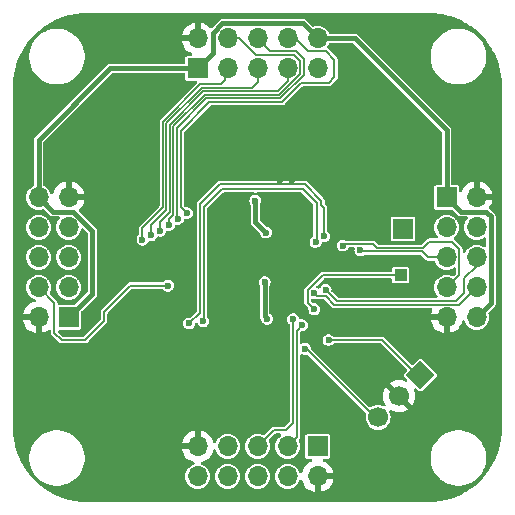
<source format=gbl>
G04 #@! TF.GenerationSoftware,KiCad,Pcbnew,8.0.7*
G04 #@! TF.CreationDate,2025-01-11T21:46:03+01:00*
G04 #@! TF.ProjectId,RP2040_minimal_r2,52503230-3430-45f6-9d69-6e696d616c5f,REV2*
G04 #@! TF.SameCoordinates,Original*
G04 #@! TF.FileFunction,Copper,L2,Bot*
G04 #@! TF.FilePolarity,Positive*
%FSLAX46Y46*%
G04 Gerber Fmt 4.6, Leading zero omitted, Abs format (unit mm)*
G04 Created by KiCad (PCBNEW 8.0.7) date 2025-01-11 21:46:03*
%MOMM*%
%LPD*%
G01*
G04 APERTURE LIST*
G04 Aperture macros list*
%AMHorizOval*
0 Thick line with rounded ends*
0 $1 width*
0 $2 $3 position (X,Y) of the first rounded end (center of the circle)*
0 $4 $5 position (X,Y) of the second rounded end (center of the circle)*
0 Add line between two ends*
20,1,$1,$2,$3,$4,$5,0*
0 Add two circle primitives to create the rounded ends*
1,1,$1,$2,$3*
1,1,$1,$4,$5*%
%AMRotRect*
0 Rectangle, with rotation*
0 The origin of the aperture is its center*
0 $1 length*
0 $2 width*
0 $3 Rotation angle, in degrees counterclockwise*
0 Add horizontal line*
21,1,$1,$2,0,0,$3*%
G04 Aperture macros list end*
G04 #@! TA.AperFunction,ComponentPad*
%ADD10R,1.700000X1.700000*%
G04 #@! TD*
G04 #@! TA.AperFunction,ComponentPad*
%ADD11O,1.700000X1.700000*%
G04 #@! TD*
G04 #@! TA.AperFunction,ComponentPad*
%ADD12C,0.600000*%
G04 #@! TD*
G04 #@! TA.AperFunction,ComponentPad*
%ADD13R,1.000000X1.000000*%
G04 #@! TD*
G04 #@! TA.AperFunction,ComponentPad*
%ADD14RotRect,1.700000X1.700000X315.000000*%
G04 #@! TD*
G04 #@! TA.AperFunction,ComponentPad*
%ADD15HorizOval,1.700000X0.000000X0.000000X0.000000X0.000000X0*%
G04 #@! TD*
G04 #@! TA.AperFunction,ViaPad*
%ADD16C,0.600000*%
G04 #@! TD*
G04 #@! TA.AperFunction,Conductor*
%ADD17C,0.400000*%
G04 #@! TD*
G04 #@! TA.AperFunction,Conductor*
%ADD18C,0.150000*%
G04 #@! TD*
G04 APERTURE END LIST*
D10*
X94920000Y-84000000D03*
D11*
X94920000Y-81460000D03*
X97460000Y-84000000D03*
X97460000Y-81460000D03*
X100000000Y-84000000D03*
X100000000Y-81460000D03*
X102540000Y-84000000D03*
X102540000Y-81460000D03*
X105080000Y-84000000D03*
X105080000Y-81460000D03*
D12*
X98725000Y-98725000D03*
X98725000Y-100000000D03*
X98725000Y-101275000D03*
X100000000Y-98725000D03*
X100000000Y-100000000D03*
X100000000Y-101275000D03*
X101275000Y-98725000D03*
X101275000Y-100000000D03*
X101275000Y-101275000D03*
D10*
X112300000Y-97600000D03*
X84000000Y-105080000D03*
D11*
X81460000Y-105080000D03*
X84000000Y-102540000D03*
X81460000Y-102540000D03*
X84000000Y-100000000D03*
X81460000Y-100000000D03*
X84000000Y-97460000D03*
X81460000Y-97460000D03*
X84000000Y-94920000D03*
X81460000Y-94920000D03*
D13*
X112100000Y-101500000D03*
D14*
X113785445Y-109964555D03*
D15*
X111989394Y-111760606D03*
X110193343Y-113556657D03*
D10*
X105080000Y-116000000D03*
D11*
X105080000Y-118540000D03*
X102540000Y-116000000D03*
X102540000Y-118540000D03*
X100000000Y-116000000D03*
X100000000Y-118540000D03*
X97460000Y-116000000D03*
X97460000Y-118540000D03*
X94920000Y-116000000D03*
X94920000Y-118540000D03*
D10*
X116000000Y-94920000D03*
D11*
X118540000Y-94920000D03*
X116000000Y-97460000D03*
X118540000Y-97460000D03*
X116000000Y-100000000D03*
X118540000Y-100000000D03*
X116000000Y-102540000D03*
X118540000Y-102540000D03*
X116000000Y-105080000D03*
X118540000Y-105080000D03*
D16*
X112600000Y-82800000D03*
X99600000Y-91205008D03*
X98600000Y-105200000D03*
X94300000Y-95400000D03*
X106000000Y-106000000D03*
X108000000Y-100750000D03*
X99050000Y-88600000D03*
X101500000Y-107782004D03*
X105000000Y-107600000D03*
X118400000Y-86800000D03*
X92100000Y-101200000D03*
X104800000Y-87570000D03*
X101900000Y-93485000D03*
X92650000Y-86970000D03*
X90000000Y-92500000D03*
X100380994Y-107781990D03*
X106600000Y-94800000D03*
X100700000Y-111700000D03*
X88000000Y-98500000D03*
X113600000Y-93200000D03*
X102900000Y-93485000D03*
X100600000Y-91205000D03*
X99800000Y-95199994D03*
X100700000Y-97900000D03*
X100800000Y-105200000D03*
X100599970Y-102100000D03*
X92400000Y-102400000D03*
X90250000Y-98500000D03*
X91000000Y-98130000D03*
X91750000Y-97750000D03*
X92500000Y-97250000D03*
X93250000Y-96750000D03*
X94000000Y-96250000D03*
X105600000Y-98225000D03*
X94200000Y-105600000D03*
X95400000Y-105400000D03*
X104900000Y-98700000D03*
X107200000Y-99000000D03*
X108700000Y-99400000D03*
X105750000Y-102750000D03*
X104750000Y-103000000D03*
X103750000Y-105750000D03*
X103000000Y-105250000D03*
X104800000Y-104400000D03*
X106000000Y-107000000D03*
X104000000Y-107750000D03*
D17*
X96260000Y-80962943D02*
X97022943Y-80200000D01*
X86000000Y-103080000D02*
X86000000Y-97762943D01*
X108260000Y-81460000D02*
X105080000Y-81460000D01*
X81460000Y-90040000D02*
X81460000Y-94920000D01*
X96260000Y-82660000D02*
X96260000Y-80962943D01*
X118540000Y-105080000D02*
X119740000Y-103880000D01*
X87500000Y-84000000D02*
X81460000Y-90040000D01*
X116000000Y-94920000D02*
X116000000Y-89200000D01*
X84000000Y-105080000D02*
X86000000Y-103080000D01*
X119320000Y-96120000D02*
X117200000Y-96120000D01*
X117200000Y-96120000D02*
X116000000Y-94920000D01*
X119740000Y-96540000D02*
X119320000Y-96120000D01*
X84357057Y-96120000D02*
X82660000Y-96120000D01*
X103820000Y-80200000D02*
X105080000Y-81460000D01*
X94920000Y-84000000D02*
X96260000Y-82660000D01*
X116000000Y-89200000D02*
X108260000Y-81460000D01*
X86000000Y-97762943D02*
X84357057Y-96120000D01*
X94920000Y-84000000D02*
X87500000Y-84000000D01*
X97022943Y-80200000D02*
X103820000Y-80200000D01*
X119740000Y-103880000D02*
X119740000Y-96540000D01*
X82660000Y-96120000D02*
X81460000Y-94920000D01*
X100800000Y-105200000D02*
X100590000Y-104990000D01*
X100590000Y-104990000D02*
X100590000Y-102109970D01*
X100590000Y-102109970D02*
X100599970Y-102100000D01*
X99800000Y-97010000D02*
X100690000Y-97900000D01*
X99800000Y-95199994D02*
X99800000Y-97010000D01*
X100690000Y-97900000D02*
X100700000Y-97900000D01*
D18*
X82800000Y-106400000D02*
X82800000Y-103880000D01*
X87000000Y-104600000D02*
X87000000Y-105400000D01*
X87000000Y-105400000D02*
X85400000Y-107000000D01*
X92400000Y-102400000D02*
X89200000Y-102400000D01*
X85400000Y-107000000D02*
X83400000Y-107000000D01*
X89200000Y-102400000D02*
X87000000Y-104600000D01*
X83400000Y-107000000D02*
X82800000Y-106400000D01*
X82800000Y-103880000D02*
X81460000Y-102540000D01*
X95151472Y-85350000D02*
X91972000Y-88529472D01*
X97250000Y-84210000D02*
X97250000Y-85000000D01*
X97250000Y-85000000D02*
X96900000Y-85350000D01*
X91972000Y-88529472D02*
X91972000Y-95778000D01*
X91972000Y-95778000D02*
X90250000Y-97500000D01*
X90250000Y-97500000D02*
X90250000Y-98500000D01*
X96900000Y-85350000D02*
X95151472Y-85350000D01*
X97460000Y-84000000D02*
X97250000Y-84210000D01*
X100000000Y-85150000D02*
X100000000Y-84000000D01*
X95275736Y-85650000D02*
X99500000Y-85650000D01*
X99500000Y-85650000D02*
X100000000Y-85150000D01*
X91000000Y-98130000D02*
X91000000Y-97250000D01*
X92272000Y-88653736D02*
X95275736Y-85650000D01*
X91000000Y-97250000D02*
X92272000Y-95978000D01*
X92272000Y-95978000D02*
X92272000Y-88653736D01*
X92572000Y-96178000D02*
X92572000Y-88778000D01*
X102540000Y-85096016D02*
X102540000Y-84000000D01*
X95400000Y-85950000D02*
X101686016Y-85950000D01*
X91750000Y-97750000D02*
X91750000Y-97000000D01*
X91750000Y-97000000D02*
X92572000Y-96178000D01*
X101686016Y-85950000D02*
X102540000Y-85096016D01*
X92572000Y-88778000D02*
X95400000Y-85950000D01*
X99835000Y-82835000D02*
X103085000Y-82835000D01*
X92872000Y-96378000D02*
X92500000Y-96750000D01*
X103615000Y-84445280D02*
X101810280Y-86250000D01*
X103085000Y-82835000D02*
X103615000Y-83365000D01*
X92500000Y-96750000D02*
X92500000Y-97250000D01*
X97460000Y-81460000D02*
X98460000Y-81460000D01*
X103615000Y-83365000D02*
X103615000Y-84445280D01*
X92872000Y-88907736D02*
X92872000Y-96378000D01*
X101810280Y-86250000D02*
X95529736Y-86250000D01*
X95529736Y-86250000D02*
X92872000Y-88907736D01*
X98460000Y-81460000D02*
X99835000Y-82835000D01*
X101075000Y-82535000D02*
X103285000Y-82535000D01*
X100000000Y-81460000D02*
X101075000Y-82535000D01*
X93172000Y-89032000D02*
X93172000Y-96672000D01*
X93172000Y-96672000D02*
X93250000Y-96750000D01*
X103915000Y-84569544D02*
X101934544Y-86550000D01*
X95654000Y-86550000D02*
X93172000Y-89032000D01*
X103915000Y-83165000D02*
X103915000Y-84569544D01*
X103285000Y-82535000D02*
X103915000Y-83165000D01*
X101934544Y-86550000D02*
X95654000Y-86550000D01*
X93472000Y-95722000D02*
X93472000Y-89278000D01*
X106500000Y-84750000D02*
X106000000Y-85250000D01*
X103658808Y-85250000D02*
X104500000Y-85250000D01*
X103172132Y-81460000D02*
X102540000Y-81460000D01*
X95900000Y-86850000D02*
X102058808Y-86850000D01*
X106000000Y-85250000D02*
X104500000Y-85250000D01*
X104250000Y-82537868D02*
X103172132Y-81460000D01*
X102058808Y-86850000D02*
X103658808Y-85250000D01*
X94000000Y-96250000D02*
X93472000Y-95722000D01*
X106500000Y-83250000D02*
X106500000Y-84750000D01*
X93472000Y-89278000D02*
X95900000Y-86850000D01*
X104250000Y-82537868D02*
X105787868Y-82537868D01*
X105787868Y-82537868D02*
X106500000Y-83250000D01*
X105400000Y-95200000D02*
X105400000Y-95600000D01*
X95125000Y-104675000D02*
X95125000Y-95475000D01*
X104000000Y-93800000D02*
X105400000Y-95200000D01*
X105400000Y-95600000D02*
X105600000Y-95800000D01*
X94200000Y-105600000D02*
X95125000Y-104675000D01*
X95125000Y-95475000D02*
X96800000Y-93800000D01*
X105600000Y-95800000D02*
X105600000Y-98225000D01*
X96800000Y-93800000D02*
X104000000Y-93800000D01*
X97000000Y-94200000D02*
X95425000Y-95775000D01*
X105000000Y-95400000D02*
X103800000Y-94200000D01*
X104900000Y-98700000D02*
X105000000Y-98600000D01*
X105000000Y-98600000D02*
X105000000Y-95400000D01*
X95425000Y-105375000D02*
X95400000Y-105400000D01*
X95425000Y-95775000D02*
X95425000Y-102400000D01*
X103800000Y-94200000D02*
X97000000Y-94200000D01*
X95425000Y-102400000D02*
X95425000Y-105375000D01*
X114000000Y-99200000D02*
X114525000Y-98675000D01*
X116425000Y-98675000D02*
X117075000Y-99325000D01*
X109850000Y-98950000D02*
X110100000Y-99200000D01*
X109750000Y-98850000D02*
X109850000Y-98950000D01*
X117075000Y-101465000D02*
X116000000Y-102540000D01*
X114525000Y-98675000D02*
X116425000Y-98675000D01*
X110100000Y-99200000D02*
X114000000Y-99200000D01*
X107350000Y-98850000D02*
X109750000Y-98850000D01*
X107200000Y-99000000D02*
X107350000Y-98850000D01*
X117075000Y-99325000D02*
X117075000Y-101465000D01*
X116000000Y-100000000D02*
X114400000Y-100000000D01*
X114400000Y-100000000D02*
X113900000Y-99500000D01*
X108800000Y-99500000D02*
X108700000Y-99400000D01*
X113900000Y-99500000D02*
X108800000Y-99500000D01*
X116800000Y-103700000D02*
X106700000Y-103700000D01*
X118540000Y-100710000D02*
X117465000Y-101785000D01*
X106700000Y-103700000D02*
X105750000Y-102750000D01*
X117465000Y-101785000D02*
X117465000Y-103035000D01*
X118540000Y-100000000D02*
X118540000Y-100710000D01*
X117465000Y-103035000D02*
X116800000Y-103700000D01*
X105025000Y-103275000D02*
X105750000Y-103275000D01*
X105750000Y-103275000D02*
X106475000Y-104000000D01*
X106475000Y-104000000D02*
X117080000Y-104000000D01*
X104750000Y-103000000D02*
X105025000Y-103275000D01*
X117080000Y-104000000D02*
X118540000Y-102540000D01*
X103300000Y-106200000D02*
X103300000Y-115240000D01*
X103300000Y-115240000D02*
X102540000Y-116000000D01*
X103750000Y-105750000D02*
X103300000Y-106200000D01*
X101375000Y-114625000D02*
X102375000Y-114625000D01*
X103000000Y-114000000D02*
X103000000Y-105250000D01*
X102375000Y-114625000D02*
X103000000Y-114000000D01*
X100000000Y-116000000D02*
X101375000Y-114625000D01*
X104225000Y-102782537D02*
X104225000Y-103825000D01*
X112100000Y-101500000D02*
X105507537Y-101500000D01*
X104225000Y-103825000D02*
X104800000Y-104400000D01*
X105507537Y-101500000D02*
X104225000Y-102782537D01*
X110570890Y-107000000D02*
X110885445Y-107314555D01*
X113785445Y-110214555D02*
X110885445Y-107314555D01*
X106000000Y-107000000D02*
X110570890Y-107000000D01*
X104136686Y-107750000D02*
X110193343Y-113806657D01*
X104000000Y-107750000D02*
X104136686Y-107750000D01*
G04 #@! TA.AperFunction,Conductor*
G36*
X114502325Y-79300587D02*
G01*
X114958663Y-79317661D01*
X114967889Y-79318353D01*
X115419385Y-79369224D01*
X115428535Y-79370603D01*
X115774365Y-79436037D01*
X115874952Y-79455070D01*
X115883992Y-79457133D01*
X116322849Y-79574724D01*
X116331705Y-79577455D01*
X116760554Y-79727516D01*
X116769186Y-79730904D01*
X117185619Y-79912593D01*
X117193973Y-79916617D01*
X117595640Y-80128904D01*
X117603671Y-80133540D01*
X117988375Y-80375265D01*
X117996037Y-80380489D01*
X118052128Y-80421886D01*
X118361594Y-80650282D01*
X118368836Y-80656058D01*
X118713223Y-80952427D01*
X118720020Y-80958734D01*
X119041265Y-81279979D01*
X119047572Y-81286776D01*
X119343941Y-81631163D01*
X119349719Y-81638409D01*
X119415962Y-81728164D01*
X119619510Y-82003962D01*
X119624734Y-82011624D01*
X119866459Y-82396328D01*
X119871095Y-82404359D01*
X120083382Y-82806026D01*
X120087406Y-82814380D01*
X120269095Y-83230813D01*
X120272483Y-83239445D01*
X120422542Y-83668288D01*
X120425275Y-83677150D01*
X120542866Y-84116007D01*
X120544929Y-84125047D01*
X120629394Y-84571453D01*
X120630776Y-84580623D01*
X120681645Y-85032101D01*
X120682338Y-85041347D01*
X120699413Y-85497673D01*
X120699500Y-85502310D01*
X120699500Y-114497689D01*
X120699413Y-114502326D01*
X120682338Y-114958652D01*
X120681645Y-114967898D01*
X120630776Y-115419376D01*
X120629394Y-115428546D01*
X120544929Y-115874952D01*
X120542866Y-115883992D01*
X120425275Y-116322849D01*
X120422542Y-116331711D01*
X120272483Y-116760554D01*
X120269095Y-116769186D01*
X120087406Y-117185619D01*
X120083382Y-117193973D01*
X119871095Y-117595640D01*
X119866459Y-117603671D01*
X119624734Y-117988375D01*
X119619510Y-117996037D01*
X119349723Y-118361586D01*
X119343941Y-118368836D01*
X119047572Y-118713223D01*
X119041265Y-118720020D01*
X118720020Y-119041265D01*
X118713223Y-119047572D01*
X118368836Y-119343941D01*
X118361586Y-119349723D01*
X117996037Y-119619510D01*
X117988375Y-119624734D01*
X117603671Y-119866459D01*
X117595640Y-119871095D01*
X117193973Y-120083382D01*
X117185619Y-120087406D01*
X116769186Y-120269095D01*
X116760554Y-120272483D01*
X116331711Y-120422542D01*
X116322849Y-120425275D01*
X115883992Y-120542866D01*
X115874952Y-120544929D01*
X115428546Y-120629394D01*
X115419376Y-120630776D01*
X114967898Y-120681645D01*
X114958652Y-120682338D01*
X114529997Y-120698377D01*
X114502324Y-120699413D01*
X114497689Y-120699500D01*
X85502311Y-120699500D01*
X85497675Y-120699413D01*
X85467926Y-120698299D01*
X85041347Y-120682338D01*
X85032101Y-120681645D01*
X84580623Y-120630776D01*
X84571453Y-120629394D01*
X84125047Y-120544929D01*
X84116007Y-120542866D01*
X83677150Y-120425275D01*
X83668288Y-120422542D01*
X83239445Y-120272483D01*
X83230813Y-120269095D01*
X82814380Y-120087406D01*
X82806026Y-120083382D01*
X82404359Y-119871095D01*
X82396328Y-119866459D01*
X82011624Y-119624734D01*
X82003962Y-119619510D01*
X81638413Y-119349723D01*
X81631163Y-119343941D01*
X81286776Y-119047572D01*
X81279979Y-119041265D01*
X80958734Y-118720020D01*
X80952427Y-118713223D01*
X80656058Y-118368836D01*
X80650276Y-118361586D01*
X80639516Y-118347007D01*
X80380489Y-117996037D01*
X80375265Y-117988375D01*
X80133540Y-117603671D01*
X80128904Y-117595640D01*
X79916617Y-117193973D01*
X79912593Y-117185619D01*
X79764394Y-116845946D01*
X80649500Y-116845946D01*
X80649500Y-117154053D01*
X80649501Y-117154069D01*
X80689717Y-117459542D01*
X80769464Y-117757162D01*
X80887376Y-118041826D01*
X80887381Y-118041837D01*
X80943999Y-118139901D01*
X81041438Y-118308670D01*
X81041440Y-118308673D01*
X81041441Y-118308674D01*
X81229007Y-118553115D01*
X81229013Y-118553122D01*
X81446877Y-118770986D01*
X81446884Y-118770992D01*
X81545949Y-118847007D01*
X81691330Y-118958562D01*
X81845500Y-119047572D01*
X81958162Y-119112618D01*
X81958167Y-119112620D01*
X81958170Y-119112622D01*
X82242836Y-119230535D01*
X82540456Y-119310282D01*
X82845940Y-119350500D01*
X82845947Y-119350500D01*
X83154053Y-119350500D01*
X83154060Y-119350500D01*
X83459544Y-119310282D01*
X83757164Y-119230535D01*
X84041830Y-119112622D01*
X84308670Y-118958562D01*
X84553117Y-118770991D01*
X84770991Y-118553117D01*
X84958562Y-118308670D01*
X85112622Y-118041830D01*
X85230535Y-117757164D01*
X85310282Y-117459544D01*
X85350500Y-117154060D01*
X85350500Y-116845940D01*
X85310282Y-116540456D01*
X85230535Y-116242836D01*
X85112622Y-115958170D01*
X85112620Y-115958167D01*
X85112618Y-115958162D01*
X85017877Y-115794067D01*
X84992434Y-115749999D01*
X93589364Y-115749999D01*
X93589364Y-115750000D01*
X94486988Y-115750000D01*
X94454075Y-115807007D01*
X94420000Y-115934174D01*
X94420000Y-116065826D01*
X94454075Y-116192993D01*
X94486988Y-116250000D01*
X93589364Y-116250000D01*
X93646567Y-116463486D01*
X93646570Y-116463492D01*
X93746399Y-116677578D01*
X93881894Y-116871082D01*
X94048917Y-117038105D01*
X94242421Y-117173600D01*
X94456507Y-117273429D01*
X94456516Y-117273433D01*
X94578649Y-117306158D01*
X94638310Y-117342523D01*
X94668839Y-117405369D01*
X94660545Y-117474745D01*
X94616059Y-117528623D01*
X94582552Y-117544593D01*
X94516046Y-117564767D01*
X94385358Y-117634622D01*
X94333550Y-117662315D01*
X94333548Y-117662316D01*
X94333547Y-117662317D01*
X94173589Y-117793589D01*
X94042317Y-117953547D01*
X94042315Y-117953550D01*
X94021601Y-117992303D01*
X93944769Y-118136043D01*
X93884699Y-118334067D01*
X93864417Y-118540000D01*
X93884699Y-118745932D01*
X93884700Y-118745934D01*
X93944768Y-118943954D01*
X94042315Y-119126450D01*
X94042317Y-119126452D01*
X94173589Y-119286410D01*
X94251682Y-119350498D01*
X94333550Y-119417685D01*
X94516046Y-119515232D01*
X94714066Y-119575300D01*
X94714065Y-119575300D01*
X94732529Y-119577118D01*
X94920000Y-119595583D01*
X95125934Y-119575300D01*
X95323954Y-119515232D01*
X95506450Y-119417685D01*
X95666410Y-119286410D01*
X95797685Y-119126450D01*
X95895232Y-118943954D01*
X95955300Y-118745934D01*
X95975583Y-118540000D01*
X96404417Y-118540000D01*
X96424699Y-118745932D01*
X96424700Y-118745934D01*
X96484768Y-118943954D01*
X96582315Y-119126450D01*
X96582317Y-119126452D01*
X96713589Y-119286410D01*
X96791682Y-119350498D01*
X96873550Y-119417685D01*
X97056046Y-119515232D01*
X97254066Y-119575300D01*
X97254065Y-119575300D01*
X97272529Y-119577118D01*
X97460000Y-119595583D01*
X97665934Y-119575300D01*
X97863954Y-119515232D01*
X98046450Y-119417685D01*
X98206410Y-119286410D01*
X98337685Y-119126450D01*
X98435232Y-118943954D01*
X98495300Y-118745934D01*
X98515583Y-118540000D01*
X98944417Y-118540000D01*
X98964699Y-118745932D01*
X98964700Y-118745934D01*
X99024768Y-118943954D01*
X99122315Y-119126450D01*
X99122317Y-119126452D01*
X99253589Y-119286410D01*
X99331682Y-119350498D01*
X99413550Y-119417685D01*
X99596046Y-119515232D01*
X99794066Y-119575300D01*
X99794065Y-119575300D01*
X99812529Y-119577118D01*
X100000000Y-119595583D01*
X100205934Y-119575300D01*
X100403954Y-119515232D01*
X100586450Y-119417685D01*
X100746410Y-119286410D01*
X100877685Y-119126450D01*
X100975232Y-118943954D01*
X101035300Y-118745934D01*
X101055583Y-118540000D01*
X101484417Y-118540000D01*
X101504699Y-118745932D01*
X101504700Y-118745934D01*
X101564768Y-118943954D01*
X101662315Y-119126450D01*
X101662317Y-119126452D01*
X101793589Y-119286410D01*
X101871682Y-119350498D01*
X101953550Y-119417685D01*
X102136046Y-119515232D01*
X102334066Y-119575300D01*
X102334065Y-119575300D01*
X102352529Y-119577118D01*
X102540000Y-119595583D01*
X102745934Y-119575300D01*
X102943954Y-119515232D01*
X103126450Y-119417685D01*
X103286410Y-119286410D01*
X103417685Y-119126450D01*
X103515232Y-118943954D01*
X103535406Y-118877446D01*
X103573702Y-118819010D01*
X103637514Y-118790553D01*
X103706581Y-118801112D01*
X103758975Y-118847336D01*
X103773841Y-118881349D01*
X103806567Y-119003486D01*
X103806570Y-119003492D01*
X103906399Y-119217578D01*
X104041894Y-119411082D01*
X104208917Y-119578105D01*
X104402421Y-119713600D01*
X104616507Y-119813429D01*
X104616516Y-119813433D01*
X104830000Y-119870634D01*
X104830000Y-118973012D01*
X104887007Y-119005925D01*
X105014174Y-119040000D01*
X105145826Y-119040000D01*
X105272993Y-119005925D01*
X105330000Y-118973012D01*
X105330000Y-119870633D01*
X105543483Y-119813433D01*
X105543492Y-119813429D01*
X105757578Y-119713600D01*
X105951082Y-119578105D01*
X106118105Y-119411082D01*
X106253600Y-119217578D01*
X106353429Y-119003492D01*
X106353432Y-119003486D01*
X106410636Y-118790000D01*
X105513012Y-118790000D01*
X105545925Y-118732993D01*
X105580000Y-118605826D01*
X105580000Y-118474174D01*
X105545925Y-118347007D01*
X105513012Y-118290000D01*
X106410636Y-118290000D01*
X106410635Y-118289999D01*
X106353432Y-118076513D01*
X106353429Y-118076507D01*
X106253600Y-117862422D01*
X106253599Y-117862420D01*
X106118113Y-117668926D01*
X106118108Y-117668920D01*
X105951082Y-117501894D01*
X105757578Y-117366399D01*
X105587052Y-117286882D01*
X105534613Y-117240710D01*
X105515461Y-117173516D01*
X105535677Y-117106635D01*
X105588842Y-117061300D01*
X105639457Y-117050500D01*
X105949750Y-117050500D01*
X105949751Y-117050499D01*
X105964568Y-117047552D01*
X106008229Y-117038868D01*
X106008229Y-117038867D01*
X106008231Y-117038867D01*
X106074552Y-116994552D01*
X106118867Y-116928231D01*
X106118867Y-116928229D01*
X106118868Y-116928229D01*
X106128922Y-116877682D01*
X106130500Y-116869748D01*
X106130500Y-116845946D01*
X114649500Y-116845946D01*
X114649500Y-117154053D01*
X114649501Y-117154069D01*
X114689717Y-117459542D01*
X114769464Y-117757162D01*
X114887376Y-118041826D01*
X114887381Y-118041837D01*
X114943999Y-118139901D01*
X115041438Y-118308670D01*
X115041440Y-118308673D01*
X115041441Y-118308674D01*
X115229007Y-118553115D01*
X115229013Y-118553122D01*
X115446877Y-118770986D01*
X115446884Y-118770992D01*
X115545949Y-118847007D01*
X115691330Y-118958562D01*
X115845500Y-119047572D01*
X115958162Y-119112618D01*
X115958167Y-119112620D01*
X115958170Y-119112622D01*
X116242836Y-119230535D01*
X116540456Y-119310282D01*
X116845940Y-119350500D01*
X116845947Y-119350500D01*
X117154053Y-119350500D01*
X117154060Y-119350500D01*
X117459544Y-119310282D01*
X117757164Y-119230535D01*
X118041830Y-119112622D01*
X118308670Y-118958562D01*
X118553117Y-118770991D01*
X118770991Y-118553117D01*
X118958562Y-118308670D01*
X119112622Y-118041830D01*
X119230535Y-117757164D01*
X119310282Y-117459544D01*
X119350500Y-117154060D01*
X119350500Y-116845940D01*
X119310282Y-116540456D01*
X119230535Y-116242836D01*
X119112622Y-115958170D01*
X119112620Y-115958167D01*
X119112618Y-115958162D01*
X119017877Y-115794067D01*
X118958562Y-115691330D01*
X118881188Y-115590494D01*
X118770992Y-115446884D01*
X118770986Y-115446877D01*
X118553122Y-115229013D01*
X118553115Y-115229007D01*
X118308674Y-115041441D01*
X118308673Y-115041440D01*
X118308670Y-115041438D01*
X118170896Y-114961894D01*
X118041837Y-114887381D01*
X118041826Y-114887376D01*
X117757162Y-114769464D01*
X117459542Y-114689717D01*
X117154069Y-114649501D01*
X117154066Y-114649500D01*
X117154060Y-114649500D01*
X116845940Y-114649500D01*
X116845934Y-114649500D01*
X116845930Y-114649501D01*
X116540457Y-114689717D01*
X116242837Y-114769464D01*
X115958173Y-114887376D01*
X115958162Y-114887381D01*
X115691325Y-115041441D01*
X115446884Y-115229007D01*
X115446877Y-115229013D01*
X115229013Y-115446877D01*
X115229007Y-115446884D01*
X115041441Y-115691325D01*
X114887381Y-115958162D01*
X114887376Y-115958173D01*
X114769464Y-116242837D01*
X114689717Y-116540457D01*
X114649501Y-116845930D01*
X114649500Y-116845946D01*
X106130500Y-116845946D01*
X106130500Y-115130252D01*
X106130500Y-115130249D01*
X106130499Y-115130247D01*
X106118868Y-115071770D01*
X106118867Y-115071769D01*
X106074552Y-115005447D01*
X106008230Y-114961132D01*
X106008229Y-114961131D01*
X105949752Y-114949500D01*
X105949748Y-114949500D01*
X104210252Y-114949500D01*
X104210247Y-114949500D01*
X104151770Y-114961131D01*
X104151769Y-114961132D01*
X104085447Y-115005447D01*
X104041132Y-115071769D01*
X104041131Y-115071770D01*
X104029500Y-115130247D01*
X104029500Y-116869752D01*
X104041131Y-116928229D01*
X104041132Y-116928230D01*
X104085447Y-116994552D01*
X104151769Y-117038867D01*
X104151770Y-117038868D01*
X104210247Y-117050499D01*
X104210250Y-117050500D01*
X104520543Y-117050500D01*
X104587582Y-117070185D01*
X104633337Y-117122989D01*
X104643281Y-117192147D01*
X104614256Y-117255703D01*
X104572948Y-117286882D01*
X104402422Y-117366399D01*
X104402420Y-117366400D01*
X104208926Y-117501886D01*
X104208920Y-117501891D01*
X104041891Y-117668920D01*
X104041886Y-117668926D01*
X103906400Y-117862420D01*
X103906399Y-117862422D01*
X103806570Y-118076507D01*
X103806567Y-118076514D01*
X103773841Y-118198650D01*
X103737476Y-118258310D01*
X103674629Y-118288839D01*
X103605253Y-118280544D01*
X103551375Y-118236059D01*
X103535406Y-118202553D01*
X103515232Y-118136046D01*
X103417685Y-117953550D01*
X103342897Y-117862420D01*
X103286410Y-117793589D01*
X103147858Y-117679884D01*
X103126450Y-117662315D01*
X102943954Y-117564768D01*
X102745934Y-117504700D01*
X102745932Y-117504699D01*
X102745934Y-117504699D01*
X102540000Y-117484417D01*
X102334067Y-117504699D01*
X102158692Y-117557898D01*
X102136050Y-117564767D01*
X102136043Y-117564769D01*
X102063264Y-117603671D01*
X101953550Y-117662315D01*
X101953548Y-117662316D01*
X101953547Y-117662317D01*
X101793589Y-117793589D01*
X101662317Y-117953547D01*
X101662315Y-117953550D01*
X101641601Y-117992303D01*
X101564769Y-118136043D01*
X101504699Y-118334067D01*
X101484417Y-118540000D01*
X101055583Y-118540000D01*
X101035300Y-118334066D01*
X100975232Y-118136046D01*
X100877685Y-117953550D01*
X100802897Y-117862420D01*
X100746410Y-117793589D01*
X100607858Y-117679884D01*
X100586450Y-117662315D01*
X100403954Y-117564768D01*
X100205934Y-117504700D01*
X100205932Y-117504699D01*
X100205934Y-117504699D01*
X100000000Y-117484417D01*
X99794067Y-117504699D01*
X99618692Y-117557898D01*
X99596050Y-117564767D01*
X99596043Y-117564769D01*
X99523264Y-117603671D01*
X99413550Y-117662315D01*
X99413548Y-117662316D01*
X99413547Y-117662317D01*
X99253589Y-117793589D01*
X99122317Y-117953547D01*
X99122315Y-117953550D01*
X99101601Y-117992303D01*
X99024769Y-118136043D01*
X98964699Y-118334067D01*
X98944417Y-118540000D01*
X98515583Y-118540000D01*
X98495300Y-118334066D01*
X98435232Y-118136046D01*
X98337685Y-117953550D01*
X98262897Y-117862420D01*
X98206410Y-117793589D01*
X98067858Y-117679884D01*
X98046450Y-117662315D01*
X97863954Y-117564768D01*
X97665934Y-117504700D01*
X97665932Y-117504699D01*
X97665934Y-117504699D01*
X97460000Y-117484417D01*
X97254067Y-117504699D01*
X97078692Y-117557898D01*
X97056050Y-117564767D01*
X97056043Y-117564769D01*
X96983264Y-117603671D01*
X96873550Y-117662315D01*
X96873548Y-117662316D01*
X96873547Y-117662317D01*
X96713589Y-117793589D01*
X96582317Y-117953547D01*
X96582315Y-117953550D01*
X96561601Y-117992303D01*
X96484769Y-118136043D01*
X96424699Y-118334067D01*
X96404417Y-118540000D01*
X95975583Y-118540000D01*
X95955300Y-118334066D01*
X95895232Y-118136046D01*
X95797685Y-117953550D01*
X95722897Y-117862420D01*
X95666410Y-117793589D01*
X95527858Y-117679884D01*
X95506450Y-117662315D01*
X95323954Y-117564768D01*
X95257447Y-117544593D01*
X95199009Y-117506296D01*
X95170553Y-117442484D01*
X95181113Y-117373417D01*
X95227337Y-117321023D01*
X95261350Y-117306158D01*
X95383483Y-117273433D01*
X95383492Y-117273429D01*
X95597578Y-117173600D01*
X95791082Y-117038105D01*
X95958105Y-116871082D01*
X96093600Y-116677578D01*
X96193429Y-116463492D01*
X96193433Y-116463483D01*
X96226158Y-116341350D01*
X96262522Y-116281690D01*
X96325369Y-116251160D01*
X96394745Y-116259454D01*
X96448623Y-116303939D01*
X96464593Y-116337447D01*
X96484768Y-116403954D01*
X96582315Y-116586450D01*
X96582317Y-116586452D01*
X96713589Y-116746410D01*
X96810209Y-116825702D01*
X96873550Y-116877685D01*
X97056046Y-116975232D01*
X97254066Y-117035300D01*
X97254065Y-117035300D01*
X97272529Y-117037118D01*
X97460000Y-117055583D01*
X97665934Y-117035300D01*
X97863954Y-116975232D01*
X98046450Y-116877685D01*
X98206410Y-116746410D01*
X98337685Y-116586450D01*
X98435232Y-116403954D01*
X98495300Y-116205934D01*
X98515583Y-116000000D01*
X98944417Y-116000000D01*
X98964699Y-116205932D01*
X98964700Y-116205934D01*
X99024768Y-116403954D01*
X99122315Y-116586450D01*
X99122317Y-116586452D01*
X99253589Y-116746410D01*
X99350209Y-116825702D01*
X99413550Y-116877685D01*
X99596046Y-116975232D01*
X99794066Y-117035300D01*
X99794065Y-117035300D01*
X99812529Y-117037118D01*
X100000000Y-117055583D01*
X100205934Y-117035300D01*
X100403954Y-116975232D01*
X100586450Y-116877685D01*
X100746410Y-116746410D01*
X100877685Y-116586450D01*
X100975232Y-116403954D01*
X101035300Y-116205934D01*
X101055583Y-116000000D01*
X101035300Y-115794066D01*
X100975232Y-115596046D01*
X100955304Y-115558765D01*
X100941063Y-115490364D01*
X100966062Y-115425119D01*
X100976966Y-115412647D01*
X101452798Y-114936816D01*
X101514120Y-114903334D01*
X101540478Y-114900500D01*
X101877275Y-114900500D01*
X101944314Y-114920185D01*
X101990069Y-114972989D01*
X102000013Y-115042147D01*
X101970988Y-115105703D01*
X101955940Y-115120354D01*
X101953551Y-115122314D01*
X101953550Y-115122315D01*
X101943879Y-115130252D01*
X101793587Y-115253592D01*
X101663070Y-115412630D01*
X101662315Y-115413550D01*
X101628047Y-115477661D01*
X101564769Y-115596043D01*
X101504699Y-115794067D01*
X101484417Y-116000000D01*
X101504699Y-116205932D01*
X101504700Y-116205934D01*
X101564768Y-116403954D01*
X101662315Y-116586450D01*
X101662317Y-116586452D01*
X101793589Y-116746410D01*
X101890209Y-116825702D01*
X101953550Y-116877685D01*
X102136046Y-116975232D01*
X102334066Y-117035300D01*
X102334065Y-117035300D01*
X102352529Y-117037118D01*
X102540000Y-117055583D01*
X102745934Y-117035300D01*
X102943954Y-116975232D01*
X103126450Y-116877685D01*
X103286410Y-116746410D01*
X103417685Y-116586450D01*
X103515232Y-116403954D01*
X103575300Y-116205934D01*
X103595583Y-116000000D01*
X103575300Y-115794066D01*
X103515232Y-115596046D01*
X103495305Y-115558767D01*
X103481064Y-115490366D01*
X103506063Y-115425122D01*
X103516978Y-115412637D01*
X103533557Y-115396059D01*
X103558883Y-115334916D01*
X103575500Y-115294800D01*
X103575500Y-108299225D01*
X103595185Y-108232186D01*
X103647989Y-108186431D01*
X103717147Y-108176487D01*
X103766540Y-108194910D01*
X103789949Y-108209954D01*
X103928036Y-108250499D01*
X103928038Y-108250500D01*
X103928039Y-108250500D01*
X104071961Y-108250500D01*
X104137119Y-108231368D01*
X104206988Y-108231368D01*
X104259735Y-108262664D01*
X109149651Y-113152581D01*
X109183136Y-113213904D01*
X109180631Y-113276255D01*
X109158043Y-113350721D01*
X109158042Y-113350723D01*
X109137760Y-113556657D01*
X109158042Y-113762589D01*
X109158043Y-113762591D01*
X109218111Y-113960611D01*
X109315658Y-114143107D01*
X109315660Y-114143109D01*
X109446932Y-114303067D01*
X109503512Y-114349500D01*
X109606893Y-114434342D01*
X109789389Y-114531889D01*
X109987409Y-114591957D01*
X109987408Y-114591957D01*
X110005872Y-114593775D01*
X110193343Y-114612240D01*
X110399277Y-114591957D01*
X110597297Y-114531889D01*
X110779793Y-114434342D01*
X110939753Y-114303067D01*
X111071028Y-114143107D01*
X111168575Y-113960611D01*
X111228643Y-113762591D01*
X111248926Y-113556657D01*
X111228643Y-113350723D01*
X111168575Y-113152703D01*
X111168573Y-113152700D01*
X111168573Y-113152698D01*
X111140417Y-113100022D01*
X111126175Y-113031619D01*
X111151175Y-112966376D01*
X111207480Y-112925005D01*
X111277213Y-112920643D01*
X111306767Y-112932222D01*
X111306909Y-112931918D01*
X111311737Y-112934169D01*
X111311787Y-112934189D01*
X111311819Y-112934207D01*
X111525901Y-113034035D01*
X111525910Y-113034039D01*
X111754067Y-113095173D01*
X111754078Y-113095175D01*
X111989392Y-113115763D01*
X111989396Y-113115763D01*
X112224709Y-113095175D01*
X112224720Y-113095173D01*
X112452877Y-113034039D01*
X112452886Y-113034035D01*
X112666974Y-112934205D01*
X112750765Y-112875531D01*
X112118802Y-112243568D01*
X112182387Y-112226531D01*
X112296401Y-112160705D01*
X112389493Y-112067613D01*
X112455319Y-111953599D01*
X112472356Y-111890014D01*
X113104319Y-112521977D01*
X113162993Y-112438186D01*
X113262823Y-112224098D01*
X113262827Y-112224089D01*
X113323961Y-111995932D01*
X113323963Y-111995921D01*
X113344551Y-111760607D01*
X113344551Y-111760604D01*
X113323963Y-111525290D01*
X113323961Y-111525279D01*
X113262827Y-111297122D01*
X113262824Y-111297113D01*
X113237137Y-111242028D01*
X113226645Y-111172951D01*
X113255164Y-111109167D01*
X113313641Y-111070927D01*
X113383508Y-111070372D01*
X113437200Y-111101942D01*
X113657628Y-111322370D01*
X113657632Y-111322373D01*
X113657634Y-111322375D01*
X113707214Y-111355503D01*
X113785443Y-111371064D01*
X113785445Y-111371064D01*
X113785447Y-111371064D01*
X113838519Y-111360507D01*
X113863676Y-111355503D01*
X113913256Y-111322375D01*
X115143265Y-110092366D01*
X115176393Y-110042786D01*
X115191954Y-109964555D01*
X115191954Y-109964552D01*
X115176393Y-109886324D01*
X115176393Y-109886323D01*
X115159771Y-109861448D01*
X115143265Y-109836744D01*
X115143263Y-109836742D01*
X115143260Y-109836738D01*
X113913261Y-108606739D01*
X113913257Y-108606736D01*
X113863675Y-108573606D01*
X113785447Y-108558046D01*
X113785443Y-108558046D01*
X113707214Y-108573606D01*
X113707213Y-108573606D01*
X113657632Y-108606736D01*
X113657628Y-108606739D01*
X113200117Y-109064250D01*
X113138794Y-109097735D01*
X113069102Y-109092751D01*
X113024757Y-109064251D01*
X111041503Y-107080998D01*
X110920943Y-106960438D01*
X110726949Y-106766443D01*
X110710283Y-106759540D01*
X110625690Y-106724500D01*
X106480163Y-106724500D01*
X106413124Y-106704815D01*
X106386450Y-106681703D01*
X106331128Y-106617857D01*
X106210053Y-106540047D01*
X106210051Y-106540046D01*
X106210049Y-106540045D01*
X106210050Y-106540045D01*
X106071963Y-106499500D01*
X106071961Y-106499500D01*
X105928039Y-106499500D01*
X105928036Y-106499500D01*
X105789949Y-106540045D01*
X105668873Y-106617856D01*
X105574623Y-106726626D01*
X105574622Y-106726628D01*
X105514834Y-106857543D01*
X105494353Y-107000000D01*
X105514834Y-107142456D01*
X105556438Y-107233554D01*
X105574623Y-107273373D01*
X105668872Y-107382143D01*
X105789947Y-107459953D01*
X105789950Y-107459954D01*
X105789949Y-107459954D01*
X105928036Y-107500499D01*
X105928038Y-107500500D01*
X105928039Y-107500500D01*
X106071962Y-107500500D01*
X106071962Y-107500499D01*
X106210053Y-107459953D01*
X106331128Y-107382143D01*
X106386451Y-107318296D01*
X106445228Y-107280523D01*
X106480163Y-107275500D01*
X110405413Y-107275500D01*
X110472452Y-107295185D01*
X110493094Y-107311819D01*
X110651888Y-107470613D01*
X112635141Y-109453867D01*
X112668625Y-109515188D01*
X112663641Y-109584880D01*
X112635140Y-109629227D01*
X112427629Y-109836738D01*
X112427626Y-109836742D01*
X112394496Y-109886323D01*
X112394496Y-109886324D01*
X112378936Y-109964552D01*
X112378936Y-109964557D01*
X112394496Y-110042785D01*
X112394496Y-110042786D01*
X112427626Y-110092367D01*
X112427629Y-110092371D01*
X112648057Y-110312799D01*
X112681542Y-110374122D01*
X112676558Y-110443814D01*
X112634686Y-110499747D01*
X112569222Y-110524164D01*
X112507972Y-110512862D01*
X112452891Y-110487177D01*
X112452877Y-110487172D01*
X112224720Y-110426038D01*
X112224709Y-110426036D01*
X111989396Y-110405449D01*
X111989392Y-110405449D01*
X111754078Y-110426036D01*
X111754067Y-110426038D01*
X111525910Y-110487172D01*
X111525901Y-110487176D01*
X111311817Y-110587005D01*
X111311815Y-110587006D01*
X111228021Y-110645679D01*
X111228020Y-110645679D01*
X111859985Y-111277643D01*
X111796401Y-111294681D01*
X111682387Y-111360507D01*
X111589295Y-111453599D01*
X111523469Y-111567613D01*
X111506431Y-111631197D01*
X110874467Y-110999232D01*
X110874467Y-110999233D01*
X110815794Y-111083027D01*
X110815793Y-111083029D01*
X110715964Y-111297113D01*
X110715960Y-111297122D01*
X110654826Y-111525279D01*
X110654824Y-111525290D01*
X110634237Y-111760604D01*
X110634237Y-111760607D01*
X110654824Y-111995921D01*
X110654826Y-111995932D01*
X110715960Y-112224089D01*
X110715964Y-112224098D01*
X110815793Y-112438184D01*
X110815814Y-112438219D01*
X110815818Y-112438236D01*
X110818082Y-112443091D01*
X110817106Y-112443545D01*
X110832290Y-112506119D01*
X110809441Y-112572146D01*
X110754521Y-112615340D01*
X110684968Y-112621984D01*
X110649977Y-112609583D01*
X110597297Y-112581425D01*
X110566708Y-112572146D01*
X110399277Y-112521357D01*
X110399275Y-112521356D01*
X110399277Y-112521356D01*
X110193343Y-112501074D01*
X109987410Y-112521356D01*
X109789384Y-112581426D01*
X109606896Y-112678969D01*
X109601836Y-112682351D01*
X109600460Y-112680292D01*
X109546120Y-112703338D01*
X109477258Y-112691511D01*
X109444147Y-112667845D01*
X104531361Y-107755060D01*
X104497876Y-107693737D01*
X104496306Y-107685038D01*
X104485165Y-107607543D01*
X104425377Y-107476627D01*
X104331128Y-107367857D01*
X104210053Y-107290047D01*
X104210051Y-107290046D01*
X104210049Y-107290045D01*
X104210050Y-107290045D01*
X104071963Y-107249500D01*
X104071961Y-107249500D01*
X103928039Y-107249500D01*
X103928036Y-107249500D01*
X103789949Y-107290045D01*
X103789945Y-107290047D01*
X103766538Y-107305090D01*
X103699498Y-107324774D01*
X103632459Y-107305088D01*
X103586705Y-107252284D01*
X103575500Y-107200774D01*
X103575500Y-106374500D01*
X103595185Y-106307461D01*
X103647989Y-106261706D01*
X103699500Y-106250500D01*
X103821962Y-106250500D01*
X103821962Y-106250499D01*
X103960053Y-106209953D01*
X104081128Y-106132143D01*
X104175377Y-106023373D01*
X104235165Y-105892457D01*
X104255647Y-105750000D01*
X104235165Y-105607543D01*
X104175377Y-105476627D01*
X104081128Y-105367857D01*
X103960053Y-105290047D01*
X103960051Y-105290046D01*
X103960049Y-105290045D01*
X103960050Y-105290045D01*
X103821963Y-105249500D01*
X103821961Y-105249500D01*
X103678039Y-105249500D01*
X103649866Y-105257772D01*
X103579997Y-105257771D01*
X103521219Y-105219996D01*
X103492195Y-105156440D01*
X103485165Y-105107543D01*
X103464905Y-105063181D01*
X103425377Y-104976627D01*
X103331128Y-104867857D01*
X103210053Y-104790047D01*
X103210051Y-104790046D01*
X103210049Y-104790045D01*
X103210050Y-104790045D01*
X103071963Y-104749500D01*
X103071961Y-104749500D01*
X102928039Y-104749500D01*
X102928036Y-104749500D01*
X102789949Y-104790045D01*
X102668873Y-104867856D01*
X102574623Y-104976626D01*
X102574622Y-104976628D01*
X102514834Y-105107543D01*
X102494353Y-105250000D01*
X102514834Y-105392456D01*
X102563288Y-105498553D01*
X102574623Y-105523373D01*
X102668872Y-105632143D01*
X102668874Y-105632144D01*
X102675574Y-105637950D01*
X102674442Y-105639255D01*
X102713291Y-105684082D01*
X102724500Y-105735601D01*
X102724500Y-113834522D01*
X102704815Y-113901561D01*
X102688181Y-113922203D01*
X102297204Y-114313181D01*
X102235881Y-114346666D01*
X102209523Y-114349500D01*
X101429800Y-114349500D01*
X101320200Y-114349500D01*
X101320198Y-114349500D01*
X101320196Y-114349501D01*
X101218944Y-114391439D01*
X100587367Y-115023016D01*
X100526044Y-115056501D01*
X100456352Y-115051517D01*
X100441234Y-115044694D01*
X100403957Y-115024769D01*
X100398178Y-115023016D01*
X100205934Y-114964700D01*
X100205932Y-114964699D01*
X100205934Y-114964699D01*
X100000000Y-114944417D01*
X99794067Y-114964699D01*
X99596043Y-115024769D01*
X99536678Y-115056501D01*
X99413550Y-115122315D01*
X99413548Y-115122316D01*
X99413547Y-115122317D01*
X99253589Y-115253589D01*
X99123070Y-115412630D01*
X99122315Y-115413550D01*
X99088047Y-115477661D01*
X99024769Y-115596043D01*
X98964699Y-115794067D01*
X98944417Y-116000000D01*
X98515583Y-116000000D01*
X98495300Y-115794066D01*
X98435232Y-115596046D01*
X98337685Y-115413550D01*
X98240230Y-115294800D01*
X98206410Y-115253589D01*
X98056121Y-115130252D01*
X98046450Y-115122315D01*
X97863954Y-115024768D01*
X97665934Y-114964700D01*
X97665932Y-114964699D01*
X97665934Y-114964699D01*
X97460000Y-114944417D01*
X97254067Y-114964699D01*
X97056043Y-115024769D01*
X96996678Y-115056501D01*
X96873550Y-115122315D01*
X96873548Y-115122316D01*
X96873547Y-115122317D01*
X96713589Y-115253589D01*
X96583070Y-115412630D01*
X96582315Y-115413550D01*
X96554622Y-115465358D01*
X96484767Y-115596046D01*
X96464593Y-115662552D01*
X96426296Y-115720990D01*
X96362483Y-115749447D01*
X96293416Y-115738886D01*
X96241023Y-115692661D01*
X96226158Y-115658649D01*
X96193433Y-115536516D01*
X96193429Y-115536507D01*
X96093600Y-115322422D01*
X96093599Y-115322420D01*
X95958113Y-115128926D01*
X95958108Y-115128920D01*
X95791082Y-114961894D01*
X95597578Y-114826399D01*
X95383492Y-114726570D01*
X95383486Y-114726567D01*
X95170000Y-114669364D01*
X95170000Y-115566988D01*
X95112993Y-115534075D01*
X94985826Y-115500000D01*
X94854174Y-115500000D01*
X94727007Y-115534075D01*
X94670000Y-115566988D01*
X94670000Y-114669364D01*
X94669999Y-114669364D01*
X94456513Y-114726567D01*
X94456507Y-114726570D01*
X94242422Y-114826399D01*
X94242420Y-114826400D01*
X94048926Y-114961886D01*
X94048920Y-114961891D01*
X93881891Y-115128920D01*
X93881886Y-115128926D01*
X93746400Y-115322420D01*
X93746399Y-115322422D01*
X93646570Y-115536507D01*
X93646567Y-115536513D01*
X93589364Y-115749999D01*
X84992434Y-115749999D01*
X84958562Y-115691330D01*
X84881188Y-115590494D01*
X84770992Y-115446884D01*
X84770986Y-115446877D01*
X84553122Y-115229013D01*
X84553115Y-115229007D01*
X84308674Y-115041441D01*
X84308673Y-115041440D01*
X84308670Y-115041438D01*
X84170896Y-114961894D01*
X84041837Y-114887381D01*
X84041826Y-114887376D01*
X83757162Y-114769464D01*
X83459542Y-114689717D01*
X83154069Y-114649501D01*
X83154066Y-114649500D01*
X83154060Y-114649500D01*
X82845940Y-114649500D01*
X82845934Y-114649500D01*
X82845930Y-114649501D01*
X82540457Y-114689717D01*
X82242837Y-114769464D01*
X81958173Y-114887376D01*
X81958162Y-114887381D01*
X81691325Y-115041441D01*
X81446884Y-115229007D01*
X81446877Y-115229013D01*
X81229013Y-115446877D01*
X81229007Y-115446884D01*
X81041441Y-115691325D01*
X80887381Y-115958162D01*
X80887376Y-115958173D01*
X80769464Y-116242837D01*
X80689717Y-116540457D01*
X80649501Y-116845930D01*
X80649500Y-116845946D01*
X79764394Y-116845946D01*
X79730904Y-116769186D01*
X79727516Y-116760554D01*
X79577455Y-116331705D01*
X79574724Y-116322849D01*
X79457133Y-115883992D01*
X79455070Y-115874952D01*
X79431428Y-115750000D01*
X79370603Y-115428535D01*
X79369223Y-115419376D01*
X79368566Y-115413547D01*
X79318353Y-114967889D01*
X79317661Y-114958651D01*
X79317128Y-114944417D01*
X79300587Y-114502325D01*
X79300500Y-114497689D01*
X79300500Y-104829999D01*
X80129364Y-104829999D01*
X80129364Y-104830000D01*
X81026988Y-104830000D01*
X80994075Y-104887007D01*
X80960000Y-105014174D01*
X80960000Y-105145826D01*
X80994075Y-105272993D01*
X81026988Y-105330000D01*
X80129364Y-105330000D01*
X80186567Y-105543486D01*
X80186570Y-105543492D01*
X80286399Y-105757578D01*
X80421894Y-105951082D01*
X80588917Y-106118105D01*
X80782421Y-106253600D01*
X80996507Y-106353429D01*
X80996516Y-106353433D01*
X81210000Y-106410634D01*
X81210000Y-105513012D01*
X81267007Y-105545925D01*
X81394174Y-105580000D01*
X81525826Y-105580000D01*
X81652993Y-105545925D01*
X81710000Y-105513012D01*
X81710000Y-106410633D01*
X81923483Y-106353433D01*
X81923492Y-106353429D01*
X82137579Y-106253599D01*
X82137585Y-106253595D01*
X82329376Y-106119301D01*
X82395582Y-106096973D01*
X82463349Y-106113983D01*
X82511163Y-106164930D01*
X82524500Y-106220875D01*
X82524500Y-106454802D01*
X82543015Y-106499498D01*
X82543015Y-106499500D01*
X82543016Y-106499500D01*
X82566443Y-106556058D01*
X83243941Y-107233557D01*
X83243946Y-107233559D01*
X83260608Y-107240461D01*
X83260609Y-107240461D01*
X83345197Y-107275499D01*
X83345198Y-107275499D01*
X83345200Y-107275500D01*
X83345201Y-107275500D01*
X85454799Y-107275500D01*
X85454800Y-107275500D01*
X85556058Y-107233557D01*
X85633557Y-107156058D01*
X85633556Y-107156058D01*
X85692125Y-107097489D01*
X87189616Y-105600000D01*
X93694353Y-105600000D01*
X93714834Y-105742456D01*
X93732959Y-105782143D01*
X93774623Y-105873373D01*
X93868872Y-105982143D01*
X93989947Y-106059953D01*
X93989950Y-106059954D01*
X93989949Y-106059954D01*
X94128036Y-106100499D01*
X94128038Y-106100500D01*
X94128039Y-106100500D01*
X94271962Y-106100500D01*
X94271962Y-106100499D01*
X94410053Y-106059953D01*
X94531128Y-105982143D01*
X94625377Y-105873373D01*
X94685165Y-105742457D01*
X94701928Y-105625862D01*
X94730953Y-105562308D01*
X94789730Y-105524533D01*
X94859600Y-105524533D01*
X94918378Y-105562307D01*
X94937459Y-105591997D01*
X94974623Y-105673373D01*
X95068872Y-105782143D01*
X95189947Y-105859953D01*
X95189950Y-105859954D01*
X95189949Y-105859954D01*
X95328036Y-105900499D01*
X95328038Y-105900500D01*
X95328039Y-105900500D01*
X95471962Y-105900500D01*
X95471962Y-105900499D01*
X95610053Y-105859953D01*
X95731128Y-105782143D01*
X95825377Y-105673373D01*
X95885165Y-105542457D01*
X95905647Y-105400000D01*
X95885165Y-105257543D01*
X95825377Y-105126627D01*
X95825375Y-105126625D01*
X95825374Y-105126622D01*
X95730787Y-105017462D01*
X95701762Y-104953906D01*
X95700500Y-104936260D01*
X95700500Y-102100000D01*
X100094323Y-102100000D01*
X100114804Y-102242456D01*
X100178277Y-102381440D01*
X100174708Y-102383069D01*
X100189496Y-102432001D01*
X100189500Y-102432978D01*
X100189500Y-105042726D01*
X100216793Y-105144589D01*
X100243156Y-105190250D01*
X100269520Y-105235913D01*
X100269522Y-105235915D01*
X100275369Y-105241762D01*
X100308854Y-105303085D01*
X100310426Y-105311795D01*
X100314834Y-105342453D01*
X100314835Y-105342458D01*
X100374622Y-105473371D01*
X100374623Y-105473373D01*
X100468872Y-105582143D01*
X100589947Y-105659953D01*
X100589950Y-105659954D01*
X100589949Y-105659954D01*
X100728036Y-105700499D01*
X100728038Y-105700500D01*
X100728039Y-105700500D01*
X100871962Y-105700500D01*
X100871962Y-105700499D01*
X101010053Y-105659953D01*
X101131128Y-105582143D01*
X101225377Y-105473373D01*
X101285165Y-105342457D01*
X101305647Y-105200000D01*
X101285165Y-105057543D01*
X101225377Y-104926627D01*
X101131128Y-104817857D01*
X101131125Y-104817855D01*
X101047460Y-104764086D01*
X101001705Y-104711282D01*
X100990500Y-104659771D01*
X100990500Y-102459837D01*
X101010185Y-102392798D01*
X101020786Y-102378636D01*
X101025347Y-102373373D01*
X101085135Y-102242457D01*
X101105617Y-102100000D01*
X101085135Y-101957543D01*
X101025347Y-101826627D01*
X100931098Y-101717857D01*
X100810023Y-101640047D01*
X100810021Y-101640046D01*
X100810019Y-101640045D01*
X100810020Y-101640045D01*
X100671933Y-101599500D01*
X100671931Y-101599500D01*
X100528009Y-101599500D01*
X100528006Y-101599500D01*
X100389919Y-101640045D01*
X100268843Y-101717856D01*
X100174593Y-101826626D01*
X100174592Y-101826628D01*
X100114804Y-101957543D01*
X100094323Y-102100000D01*
X95700500Y-102100000D01*
X95700500Y-95940477D01*
X95720185Y-95873438D01*
X95736819Y-95852796D01*
X97077797Y-94511819D01*
X97139120Y-94478334D01*
X97165478Y-94475500D01*
X99628452Y-94475500D01*
X99695491Y-94495185D01*
X99741246Y-94547989D01*
X99751190Y-94617147D01*
X99722165Y-94680703D01*
X99663387Y-94718477D01*
X99663386Y-94718477D01*
X99589949Y-94740039D01*
X99468873Y-94817850D01*
X99374623Y-94926620D01*
X99374622Y-94926622D01*
X99314834Y-95057537D01*
X99294353Y-95199994D01*
X99314834Y-95342450D01*
X99333575Y-95383486D01*
X99374623Y-95473367D01*
X99374627Y-95473372D01*
X99379418Y-95480827D01*
X99376364Y-95482789D01*
X99398235Y-95530657D01*
X99399500Y-95548326D01*
X99399500Y-97062726D01*
X99426793Y-97164589D01*
X99427097Y-97165115D01*
X99479520Y-97255913D01*
X99479522Y-97255915D01*
X100177048Y-97953441D01*
X100210533Y-98014764D01*
X100212105Y-98023472D01*
X100214834Y-98042454D01*
X100214835Y-98042458D01*
X100274622Y-98173371D01*
X100274623Y-98173373D01*
X100368872Y-98282143D01*
X100489947Y-98359953D01*
X100489950Y-98359954D01*
X100489949Y-98359954D01*
X100597107Y-98391417D01*
X100624633Y-98399500D01*
X100628036Y-98400499D01*
X100628038Y-98400500D01*
X100628039Y-98400500D01*
X100771962Y-98400500D01*
X100771962Y-98400499D01*
X100910053Y-98359953D01*
X101031128Y-98282143D01*
X101125377Y-98173373D01*
X101185165Y-98042457D01*
X101205647Y-97900000D01*
X101185165Y-97757543D01*
X101125377Y-97626627D01*
X101031128Y-97517857D01*
X100941101Y-97460000D01*
X100910051Y-97440045D01*
X100779579Y-97401736D01*
X100726833Y-97370440D01*
X100236819Y-96880426D01*
X100203334Y-96819103D01*
X100200500Y-96792745D01*
X100200500Y-95548326D01*
X100220185Y-95481287D01*
X100220901Y-95480330D01*
X100225368Y-95473376D01*
X100225377Y-95473367D01*
X100285165Y-95342451D01*
X100305647Y-95199994D01*
X100285165Y-95057537D01*
X100225377Y-94926621D01*
X100131128Y-94817851D01*
X100010053Y-94740041D01*
X100010051Y-94740040D01*
X100010049Y-94740039D01*
X100010050Y-94740039D01*
X99936614Y-94718477D01*
X99877835Y-94680703D01*
X99848810Y-94617148D01*
X99858753Y-94547989D01*
X99904508Y-94495185D01*
X99971547Y-94475500D01*
X103634523Y-94475500D01*
X103701562Y-94495185D01*
X103722204Y-94511819D01*
X104688181Y-95477796D01*
X104721666Y-95539119D01*
X104724500Y-95565477D01*
X104724500Y-98150131D01*
X104704815Y-98217170D01*
X104667540Y-98254446D01*
X104568874Y-98317855D01*
X104474623Y-98426626D01*
X104474622Y-98426628D01*
X104414834Y-98557543D01*
X104394353Y-98700000D01*
X104414834Y-98842456D01*
X104435717Y-98888182D01*
X104474623Y-98973373D01*
X104568872Y-99082143D01*
X104689947Y-99159953D01*
X104689950Y-99159954D01*
X104689949Y-99159954D01*
X104797107Y-99191417D01*
X104819487Y-99197989D01*
X104828036Y-99200499D01*
X104828038Y-99200500D01*
X104828039Y-99200500D01*
X104971962Y-99200500D01*
X104971962Y-99200499D01*
X105110053Y-99159953D01*
X105231128Y-99082143D01*
X105325377Y-98973373D01*
X105385165Y-98842457D01*
X105386886Y-98830482D01*
X105415907Y-98766929D01*
X105474683Y-98729152D01*
X105519170Y-98725969D01*
X105519170Y-98725500D01*
X105525739Y-98725500D01*
X105527277Y-98725390D01*
X105528036Y-98725499D01*
X105528039Y-98725500D01*
X105528042Y-98725500D01*
X105671962Y-98725500D01*
X105671962Y-98725499D01*
X105810053Y-98684953D01*
X105931128Y-98607143D01*
X106025377Y-98498373D01*
X106085165Y-98367457D01*
X106105647Y-98225000D01*
X106085165Y-98082543D01*
X106025377Y-97951627D01*
X105931128Y-97842857D01*
X105931125Y-97842855D01*
X105924423Y-97837047D01*
X105925552Y-97835743D01*
X105886701Y-97790898D01*
X105875500Y-97739397D01*
X105875500Y-96730247D01*
X111249500Y-96730247D01*
X111249500Y-98469752D01*
X111261131Y-98528229D01*
X111261132Y-98528230D01*
X111305447Y-98594552D01*
X111371769Y-98638867D01*
X111371770Y-98638868D01*
X111430247Y-98650499D01*
X111430250Y-98650500D01*
X111430252Y-98650500D01*
X113169750Y-98650500D01*
X113169751Y-98650499D01*
X113184568Y-98647552D01*
X113228229Y-98638868D01*
X113228229Y-98638867D01*
X113228231Y-98638867D01*
X113294552Y-98594552D01*
X113338867Y-98528231D01*
X113338867Y-98528229D01*
X113338868Y-98528229D01*
X113350499Y-98469752D01*
X113350500Y-98469750D01*
X113350500Y-96730249D01*
X113350499Y-96730247D01*
X113338868Y-96671770D01*
X113338867Y-96671769D01*
X113294552Y-96605447D01*
X113228230Y-96561132D01*
X113228229Y-96561131D01*
X113169752Y-96549500D01*
X113169748Y-96549500D01*
X111430252Y-96549500D01*
X111430247Y-96549500D01*
X111371770Y-96561131D01*
X111371769Y-96561132D01*
X111305447Y-96605447D01*
X111261132Y-96671769D01*
X111261131Y-96671770D01*
X111249500Y-96730247D01*
X105875500Y-96730247D01*
X105875500Y-95745201D01*
X105875499Y-95745198D01*
X105846629Y-95675499D01*
X105833558Y-95643942D01*
X105711819Y-95522203D01*
X105678334Y-95460880D01*
X105675500Y-95434522D01*
X105675500Y-95145201D01*
X105675500Y-95145200D01*
X105633557Y-95043942D01*
X105556058Y-94966443D01*
X104156058Y-93566443D01*
X104156056Y-93566442D01*
X104054800Y-93524500D01*
X96854800Y-93524500D01*
X96745200Y-93524500D01*
X96745198Y-93524500D01*
X96745196Y-93524501D01*
X96643944Y-93566439D01*
X96643942Y-93566441D01*
X94968942Y-95241443D01*
X94891444Y-95318940D01*
X94891443Y-95318941D01*
X94891443Y-95318942D01*
X94881706Y-95342450D01*
X94849500Y-95420199D01*
X94849500Y-104509521D01*
X94829815Y-104576560D01*
X94813181Y-104597202D01*
X94347202Y-105063181D01*
X94285879Y-105096666D01*
X94259521Y-105099500D01*
X94128036Y-105099500D01*
X93989949Y-105140045D01*
X93868873Y-105217856D01*
X93774623Y-105326626D01*
X93774622Y-105326628D01*
X93714834Y-105457543D01*
X93694353Y-105600000D01*
X87189616Y-105600000D01*
X87233558Y-105556058D01*
X87233558Y-105556056D01*
X87233560Y-105556055D01*
X87265021Y-105480099D01*
X87275500Y-105454800D01*
X87275500Y-105345200D01*
X87275500Y-104765477D01*
X87295185Y-104698438D01*
X87311819Y-104677796D01*
X89277796Y-102711819D01*
X89339119Y-102678334D01*
X89365477Y-102675500D01*
X91919837Y-102675500D01*
X91986876Y-102695185D01*
X92013548Y-102718295D01*
X92068872Y-102782143D01*
X92189947Y-102859953D01*
X92189950Y-102859954D01*
X92189949Y-102859954D01*
X92328036Y-102900499D01*
X92328038Y-102900500D01*
X92328039Y-102900500D01*
X92471962Y-102900500D01*
X92471962Y-102900499D01*
X92610053Y-102859953D01*
X92731128Y-102782143D01*
X92825377Y-102673373D01*
X92885165Y-102542457D01*
X92905647Y-102400000D01*
X92885165Y-102257543D01*
X92825377Y-102126627D01*
X92731128Y-102017857D01*
X92610053Y-101940047D01*
X92610051Y-101940046D01*
X92610049Y-101940045D01*
X92610050Y-101940045D01*
X92471963Y-101899500D01*
X92471961Y-101899500D01*
X92328039Y-101899500D01*
X92328036Y-101899500D01*
X92189949Y-101940045D01*
X92068873Y-102017856D01*
X92068872Y-102017856D01*
X92068872Y-102017857D01*
X92067234Y-102019748D01*
X92013550Y-102081703D01*
X91954772Y-102119477D01*
X91919837Y-102124500D01*
X89145199Y-102124500D01*
X89043940Y-102166444D01*
X86766444Y-104443940D01*
X86724500Y-104545199D01*
X86724500Y-105234522D01*
X86704815Y-105301561D01*
X86688181Y-105322203D01*
X85322204Y-106688181D01*
X85260881Y-106721666D01*
X85234523Y-106724500D01*
X83565478Y-106724500D01*
X83498439Y-106704815D01*
X83477797Y-106688181D01*
X83131797Y-106342181D01*
X83098312Y-106280858D01*
X83103296Y-106211166D01*
X83145168Y-106155233D01*
X83210632Y-106130816D01*
X83219478Y-106130500D01*
X84869750Y-106130500D01*
X84869751Y-106130499D01*
X84884568Y-106127552D01*
X84928229Y-106118868D01*
X84928229Y-106118867D01*
X84928231Y-106118867D01*
X84994552Y-106074552D01*
X85038867Y-106008231D01*
X85038867Y-106008229D01*
X85038868Y-106008229D01*
X85048922Y-105957682D01*
X85050500Y-105949748D01*
X85050500Y-104647255D01*
X85070185Y-104580216D01*
X85086819Y-104559574D01*
X85701194Y-103945199D01*
X86320480Y-103325913D01*
X86373207Y-103234588D01*
X86400500Y-103132727D01*
X86400500Y-103027273D01*
X86400500Y-97710216D01*
X86396841Y-97696564D01*
X86392619Y-97680802D01*
X86373208Y-97608357D01*
X86359255Y-97584190D01*
X86320480Y-97517030D01*
X84904000Y-96100550D01*
X84870515Y-96039227D01*
X84875499Y-95969535D01*
X84904000Y-95925188D01*
X85038105Y-95791082D01*
X85173600Y-95597578D01*
X85273429Y-95383492D01*
X85273432Y-95383486D01*
X85330636Y-95170000D01*
X84433012Y-95170000D01*
X84465925Y-95112993D01*
X84500000Y-94985826D01*
X84500000Y-94854174D01*
X84465925Y-94727007D01*
X84433012Y-94670000D01*
X85330636Y-94670000D01*
X85330635Y-94669999D01*
X85273432Y-94456513D01*
X85273429Y-94456507D01*
X85173600Y-94242422D01*
X85173599Y-94242420D01*
X85038113Y-94048926D01*
X85038108Y-94048920D01*
X84871082Y-93881894D01*
X84677578Y-93746399D01*
X84463492Y-93646570D01*
X84463486Y-93646567D01*
X84250000Y-93589364D01*
X84250000Y-94486988D01*
X84192993Y-94454075D01*
X84065826Y-94420000D01*
X83934174Y-94420000D01*
X83807007Y-94454075D01*
X83750000Y-94486988D01*
X83750000Y-93589364D01*
X83749999Y-93589364D01*
X83536513Y-93646567D01*
X83536507Y-93646570D01*
X83322422Y-93746399D01*
X83322420Y-93746400D01*
X83128926Y-93881886D01*
X83128920Y-93881891D01*
X82961891Y-94048920D01*
X82961886Y-94048926D01*
X82826400Y-94242420D01*
X82826399Y-94242422D01*
X82726570Y-94456507D01*
X82726567Y-94456514D01*
X82693841Y-94578650D01*
X82657476Y-94638310D01*
X82594629Y-94668839D01*
X82525253Y-94660544D01*
X82471375Y-94616059D01*
X82455406Y-94582553D01*
X82435232Y-94516046D01*
X82337685Y-94333550D01*
X82262897Y-94242420D01*
X82206410Y-94173589D01*
X82056121Y-94050252D01*
X82046450Y-94042315D01*
X81926046Y-93977957D01*
X81876202Y-93928994D01*
X81860500Y-93868599D01*
X81860500Y-90257255D01*
X81880185Y-90190216D01*
X81896819Y-90169574D01*
X87629574Y-84436819D01*
X87690897Y-84403334D01*
X87717255Y-84400500D01*
X93745500Y-84400500D01*
X93812539Y-84420185D01*
X93858294Y-84472989D01*
X93869500Y-84524500D01*
X93869500Y-84869752D01*
X93881131Y-84928229D01*
X93881132Y-84928230D01*
X93925447Y-84994552D01*
X93991769Y-85038867D01*
X93991770Y-85038868D01*
X94050247Y-85050499D01*
X94050250Y-85050500D01*
X94761993Y-85050500D01*
X94829032Y-85070185D01*
X94874787Y-85122989D01*
X94884731Y-85192147D01*
X94855706Y-85255703D01*
X94849674Y-85262181D01*
X91815942Y-88295915D01*
X91738444Y-88373412D01*
X91696500Y-88474671D01*
X91696500Y-95612522D01*
X91676815Y-95679561D01*
X91660181Y-95700203D01*
X90093942Y-97266443D01*
X90016444Y-97343940D01*
X89974500Y-97445199D01*
X89974500Y-98014397D01*
X89954815Y-98081436D01*
X89924941Y-98111313D01*
X89925577Y-98112047D01*
X89918874Y-98117855D01*
X89824623Y-98226626D01*
X89824622Y-98226628D01*
X89764834Y-98357543D01*
X89744353Y-98500000D01*
X89764834Y-98642456D01*
X89821680Y-98766929D01*
X89824623Y-98773373D01*
X89918872Y-98882143D01*
X90039947Y-98959953D01*
X90039950Y-98959954D01*
X90039949Y-98959954D01*
X90131442Y-98986818D01*
X90176336Y-99000000D01*
X90178036Y-99000499D01*
X90178038Y-99000500D01*
X90178039Y-99000500D01*
X90321962Y-99000500D01*
X90321962Y-99000499D01*
X90443886Y-98964700D01*
X90460050Y-98959954D01*
X90460050Y-98959953D01*
X90460053Y-98959953D01*
X90581128Y-98882143D01*
X90675377Y-98773373D01*
X90718150Y-98679713D01*
X90763904Y-98626910D01*
X90830944Y-98607225D01*
X90865876Y-98612247D01*
X90901285Y-98622644D01*
X90928038Y-98630500D01*
X90928039Y-98630500D01*
X91071962Y-98630500D01*
X91071962Y-98630499D01*
X91210053Y-98589953D01*
X91331128Y-98512143D01*
X91425377Y-98403373D01*
X91472178Y-98300892D01*
X91517930Y-98248093D01*
X91584969Y-98228408D01*
X91619904Y-98233431D01*
X91678036Y-98250499D01*
X91678038Y-98250500D01*
X91678039Y-98250500D01*
X91821962Y-98250500D01*
X91821962Y-98250499D01*
X91960053Y-98209953D01*
X92081128Y-98132143D01*
X92175377Y-98023373D01*
X92235165Y-97892457D01*
X92242195Y-97843557D01*
X92271219Y-97780003D01*
X92329997Y-97742228D01*
X92399863Y-97742227D01*
X92428039Y-97750500D01*
X92428040Y-97750500D01*
X92571962Y-97750500D01*
X92571962Y-97750499D01*
X92702717Y-97712107D01*
X92710050Y-97709954D01*
X92710050Y-97709953D01*
X92710053Y-97709953D01*
X92831128Y-97632143D01*
X92925377Y-97523373D01*
X92985165Y-97392457D01*
X92992195Y-97343557D01*
X93021219Y-97280003D01*
X93079997Y-97242228D01*
X93149863Y-97242227D01*
X93178039Y-97250500D01*
X93178040Y-97250500D01*
X93321962Y-97250500D01*
X93321962Y-97250499D01*
X93460053Y-97209953D01*
X93581128Y-97132143D01*
X93675377Y-97023373D01*
X93735165Y-96892457D01*
X93742195Y-96843557D01*
X93771219Y-96780003D01*
X93829997Y-96742228D01*
X93899863Y-96742227D01*
X93928039Y-96750500D01*
X93928040Y-96750500D01*
X94071962Y-96750500D01*
X94071962Y-96750499D01*
X94179121Y-96719035D01*
X94210050Y-96709954D01*
X94210050Y-96709953D01*
X94210053Y-96709953D01*
X94331128Y-96632143D01*
X94425377Y-96523373D01*
X94485165Y-96392457D01*
X94505647Y-96250000D01*
X94485165Y-96107543D01*
X94425377Y-95976627D01*
X94331128Y-95867857D01*
X94210053Y-95790047D01*
X94210051Y-95790046D01*
X94210049Y-95790045D01*
X94210050Y-95790045D01*
X94071963Y-95749500D01*
X94071961Y-95749500D01*
X93940478Y-95749500D01*
X93873439Y-95729815D01*
X93852797Y-95713181D01*
X93783819Y-95644203D01*
X93750334Y-95582880D01*
X93747500Y-95556522D01*
X93747500Y-89443477D01*
X93767185Y-89376438D01*
X93783819Y-89355796D01*
X95977797Y-87161819D01*
X96039120Y-87128334D01*
X96065478Y-87125500D01*
X102113607Y-87125500D01*
X102113608Y-87125500D01*
X102214866Y-87083557D01*
X102292365Y-87006058D01*
X102292364Y-87006058D01*
X102350933Y-86947489D01*
X103736605Y-85561819D01*
X103797928Y-85528334D01*
X103824286Y-85525500D01*
X106054799Y-85525500D01*
X106054800Y-85525500D01*
X106156058Y-85483557D01*
X106233557Y-85406058D01*
X106233556Y-85406058D01*
X106292116Y-85347498D01*
X106733558Y-84906058D01*
X106775500Y-84804800D01*
X106775500Y-84695200D01*
X106775500Y-83195200D01*
X106749091Y-83131443D01*
X106733558Y-83093942D01*
X105943926Y-82304311D01*
X105943924Y-82304310D01*
X105933771Y-82297526D01*
X105935535Y-82294885D01*
X105896326Y-82263290D01*
X105874260Y-82196996D01*
X105891538Y-82129296D01*
X105902328Y-82113903D01*
X105956932Y-82047367D01*
X105957685Y-82046450D01*
X106022043Y-81926046D01*
X106071006Y-81876202D01*
X106131401Y-81860500D01*
X108042745Y-81860500D01*
X108109784Y-81880185D01*
X108130426Y-81896819D01*
X115563181Y-89329574D01*
X115596666Y-89390897D01*
X115599500Y-89417255D01*
X115599500Y-93745500D01*
X115579815Y-93812539D01*
X115527011Y-93858294D01*
X115475500Y-93869500D01*
X115130247Y-93869500D01*
X115071770Y-93881131D01*
X115071769Y-93881132D01*
X115005447Y-93925447D01*
X114961132Y-93991769D01*
X114961131Y-93991770D01*
X114949500Y-94050247D01*
X114949500Y-95789752D01*
X114961131Y-95848229D01*
X114961132Y-95848230D01*
X115005447Y-95914552D01*
X115071769Y-95958867D01*
X115071770Y-95958868D01*
X115130247Y-95970499D01*
X115130250Y-95970500D01*
X115130252Y-95970500D01*
X116432745Y-95970500D01*
X116499784Y-95990185D01*
X116520426Y-96006819D01*
X116954087Y-96440480D01*
X117045412Y-96493207D01*
X117147273Y-96520500D01*
X117252727Y-96520500D01*
X117689879Y-96520500D01*
X117756918Y-96540185D01*
X117802673Y-96592989D01*
X117812617Y-96662147D01*
X117785732Y-96723165D01*
X117662317Y-96873546D01*
X117564769Y-97056043D01*
X117504699Y-97254067D01*
X117484417Y-97460000D01*
X117504699Y-97665932D01*
X117532489Y-97757543D01*
X117564768Y-97863954D01*
X117662315Y-98046450D01*
X117691027Y-98081436D01*
X117793589Y-98206410D01*
X117847314Y-98250500D01*
X117953550Y-98337685D01*
X118136046Y-98435232D01*
X118334066Y-98495300D01*
X118334065Y-98495300D01*
X118352529Y-98497118D01*
X118540000Y-98515583D01*
X118745934Y-98495300D01*
X118943954Y-98435232D01*
X119126450Y-98337685D01*
X119136833Y-98329164D01*
X119201142Y-98301849D01*
X119270010Y-98313639D01*
X119321571Y-98360789D01*
X119339500Y-98425015D01*
X119339500Y-99034984D01*
X119319815Y-99102023D01*
X119267011Y-99147778D01*
X119197853Y-99157722D01*
X119136836Y-99130838D01*
X119126453Y-99122317D01*
X119126451Y-99122316D01*
X119126450Y-99122315D01*
X118943954Y-99024768D01*
X118745934Y-98964700D01*
X118745932Y-98964699D01*
X118745934Y-98964699D01*
X118540000Y-98944417D01*
X118334067Y-98964699D01*
X118136043Y-99024769D01*
X118028706Y-99082143D01*
X117953550Y-99122315D01*
X117953548Y-99122316D01*
X117953547Y-99122317D01*
X117793589Y-99253589D01*
X117673435Y-99400000D01*
X117662315Y-99413550D01*
X117622691Y-99487681D01*
X117583858Y-99560331D01*
X117534895Y-99610175D01*
X117466757Y-99625635D01*
X117401078Y-99601803D01*
X117358709Y-99546245D01*
X117350500Y-99501877D01*
X117350500Y-99270201D01*
X117350499Y-99270198D01*
X117343620Y-99253590D01*
X117341926Y-99249500D01*
X117308558Y-99168942D01*
X116623240Y-98483625D01*
X116589756Y-98422303D01*
X116594740Y-98352612D01*
X116632257Y-98300092D01*
X116746410Y-98206410D01*
X116877685Y-98046450D01*
X116975232Y-97863954D01*
X117035300Y-97665934D01*
X117055583Y-97460000D01*
X117035300Y-97254066D01*
X116975232Y-97056046D01*
X116877685Y-96873550D01*
X116825702Y-96810209D01*
X116746410Y-96713589D01*
X116614638Y-96605448D01*
X116586450Y-96582315D01*
X116408642Y-96487274D01*
X116403956Y-96484769D01*
X116403955Y-96484768D01*
X116403954Y-96484768D01*
X116205934Y-96424700D01*
X116205932Y-96424699D01*
X116205934Y-96424699D01*
X116000000Y-96404417D01*
X115794067Y-96424699D01*
X115596043Y-96484769D01*
X115492369Y-96540185D01*
X115413550Y-96582315D01*
X115413548Y-96582316D01*
X115413547Y-96582317D01*
X115253589Y-96713589D01*
X115122318Y-96873546D01*
X115122315Y-96873550D01*
X115112209Y-96892457D01*
X115024769Y-97056043D01*
X114964699Y-97254067D01*
X114944417Y-97460000D01*
X114964699Y-97665932D01*
X114992489Y-97757543D01*
X115024768Y-97863954D01*
X115120181Y-98042458D01*
X115122317Y-98046453D01*
X115245732Y-98196835D01*
X115273045Y-98261145D01*
X115261254Y-98330013D01*
X115214102Y-98381573D01*
X115149879Y-98399500D01*
X114470197Y-98399500D01*
X114404712Y-98426626D01*
X114368944Y-98441441D01*
X114368938Y-98441445D01*
X113922204Y-98888181D01*
X113860881Y-98921666D01*
X113834523Y-98924500D01*
X110265479Y-98924500D01*
X110198440Y-98904815D01*
X110177798Y-98888182D01*
X110100998Y-98811383D01*
X110100996Y-98811380D01*
X110056545Y-98766929D01*
X109906058Y-98616443D01*
X109906056Y-98616442D01*
X109906055Y-98616441D01*
X109883605Y-98607142D01*
X109804800Y-98574500D01*
X107500072Y-98574500D01*
X107433033Y-98554815D01*
X107433032Y-98554815D01*
X107410050Y-98540045D01*
X107271963Y-98499500D01*
X107271961Y-98499500D01*
X107128039Y-98499500D01*
X107128036Y-98499500D01*
X106989949Y-98540045D01*
X106868873Y-98617856D01*
X106774623Y-98726626D01*
X106774622Y-98726628D01*
X106714834Y-98857543D01*
X106694353Y-99000000D01*
X106714834Y-99142456D01*
X106771780Y-99267147D01*
X106774623Y-99273373D01*
X106868872Y-99382143D01*
X106989947Y-99459953D01*
X106989950Y-99459954D01*
X106989949Y-99459954D01*
X107128036Y-99500499D01*
X107128038Y-99500500D01*
X107128039Y-99500500D01*
X107271962Y-99500500D01*
X107271962Y-99500499D01*
X107410053Y-99459953D01*
X107531128Y-99382143D01*
X107625377Y-99273373D01*
X107648603Y-99222514D01*
X107659805Y-99197988D01*
X107705560Y-99145184D01*
X107772599Y-99125500D01*
X108090716Y-99125500D01*
X108157755Y-99145185D01*
X108203510Y-99197989D01*
X108213454Y-99267147D01*
X108194353Y-99399999D01*
X108214834Y-99542456D01*
X108274622Y-99673371D01*
X108274623Y-99673373D01*
X108368872Y-99782143D01*
X108489947Y-99859953D01*
X108489950Y-99859954D01*
X108489949Y-99859954D01*
X108628036Y-99900499D01*
X108628038Y-99900500D01*
X108628039Y-99900500D01*
X108771962Y-99900500D01*
X108771962Y-99900499D01*
X108910053Y-99859953D01*
X109010834Y-99795184D01*
X109077874Y-99775500D01*
X113734523Y-99775500D01*
X113801562Y-99795185D01*
X113822204Y-99811819D01*
X114243942Y-100233558D01*
X114243944Y-100233560D01*
X114322257Y-100265997D01*
X114345200Y-100275500D01*
X114454800Y-100275500D01*
X114893837Y-100275500D01*
X114960876Y-100295185D01*
X115006631Y-100347989D01*
X115012497Y-100363504D01*
X115024767Y-100403952D01*
X115024768Y-100403954D01*
X115122315Y-100586450D01*
X115122317Y-100586452D01*
X115253589Y-100746410D01*
X115350209Y-100825702D01*
X115413550Y-100877685D01*
X115596046Y-100975232D01*
X115794066Y-101035300D01*
X115794065Y-101035300D01*
X115812529Y-101037118D01*
X116000000Y-101055583D01*
X116205934Y-101035300D01*
X116403954Y-100975232D01*
X116586450Y-100877685D01*
X116596833Y-100869164D01*
X116661142Y-100841849D01*
X116730010Y-100853639D01*
X116781571Y-100900789D01*
X116799500Y-100965015D01*
X116799500Y-101299522D01*
X116779815Y-101366561D01*
X116763181Y-101387203D01*
X116587367Y-101563016D01*
X116526044Y-101596501D01*
X116456352Y-101591517D01*
X116441234Y-101584694D01*
X116403957Y-101564769D01*
X116398178Y-101563016D01*
X116205934Y-101504700D01*
X116205932Y-101504699D01*
X116205934Y-101504699D01*
X116000000Y-101484417D01*
X115794067Y-101504699D01*
X115596043Y-101564769D01*
X115485898Y-101623643D01*
X115413550Y-101662315D01*
X115413548Y-101662316D01*
X115413547Y-101662317D01*
X115253589Y-101793589D01*
X115122317Y-101953547D01*
X115024769Y-102136043D01*
X114964699Y-102334067D01*
X114944417Y-102540000D01*
X114964699Y-102745932D01*
X114964700Y-102745934D01*
X115024768Y-102943954D01*
X115122315Y-103126450D01*
X115146497Y-103155916D01*
X115200595Y-103221836D01*
X115227907Y-103286146D01*
X115216116Y-103355013D01*
X115168963Y-103406573D01*
X115104741Y-103424500D01*
X106865477Y-103424500D01*
X106798438Y-103404815D01*
X106777796Y-103388181D01*
X106284951Y-102895336D01*
X106251466Y-102834013D01*
X106249894Y-102790011D01*
X106255647Y-102750000D01*
X106235165Y-102607543D01*
X106175377Y-102476627D01*
X106081128Y-102367857D01*
X105960053Y-102290047D01*
X105960051Y-102290046D01*
X105960049Y-102290045D01*
X105960050Y-102290045D01*
X105821963Y-102249500D01*
X105821961Y-102249500D01*
X105678039Y-102249500D01*
X105678036Y-102249500D01*
X105539949Y-102290045D01*
X105418873Y-102367856D01*
X105324623Y-102476626D01*
X105278185Y-102578309D01*
X105232429Y-102631112D01*
X105165389Y-102650796D01*
X105098350Y-102631111D01*
X105084187Y-102620507D01*
X105081130Y-102617858D01*
X105026828Y-102582960D01*
X104981073Y-102530156D01*
X104971130Y-102460998D01*
X105000155Y-102397442D01*
X105006171Y-102390980D01*
X105585334Y-101811819D01*
X105646657Y-101778334D01*
X105673015Y-101775500D01*
X111275500Y-101775500D01*
X111342539Y-101795185D01*
X111388294Y-101847989D01*
X111399500Y-101899500D01*
X111399500Y-102019752D01*
X111411131Y-102078229D01*
X111411132Y-102078230D01*
X111455447Y-102144552D01*
X111521769Y-102188867D01*
X111521770Y-102188868D01*
X111580247Y-102200499D01*
X111580250Y-102200500D01*
X111580252Y-102200500D01*
X112619750Y-102200500D01*
X112619751Y-102200499D01*
X112634568Y-102197552D01*
X112678229Y-102188868D01*
X112678229Y-102188867D01*
X112678231Y-102188867D01*
X112744552Y-102144552D01*
X112788867Y-102078231D01*
X112788867Y-102078229D01*
X112788868Y-102078229D01*
X112800499Y-102019752D01*
X112800500Y-102019750D01*
X112800500Y-100980249D01*
X112800499Y-100980247D01*
X112788868Y-100921770D01*
X112788867Y-100921769D01*
X112744552Y-100855447D01*
X112678230Y-100811132D01*
X112678229Y-100811131D01*
X112619752Y-100799500D01*
X112619748Y-100799500D01*
X111580252Y-100799500D01*
X111580247Y-100799500D01*
X111521770Y-100811131D01*
X111521769Y-100811132D01*
X111455447Y-100855447D01*
X111411132Y-100921769D01*
X111411131Y-100921770D01*
X111399500Y-100980247D01*
X111399500Y-101100500D01*
X111379815Y-101167539D01*
X111327011Y-101213294D01*
X111275500Y-101224500D01*
X105452735Y-101224500D01*
X105381136Y-101254158D01*
X105351476Y-101266443D01*
X104068942Y-102548980D01*
X103991444Y-102626477D01*
X103949960Y-102726627D01*
X103949500Y-102727737D01*
X103949500Y-103879800D01*
X103976590Y-103945200D01*
X103991443Y-103981058D01*
X103991444Y-103981059D01*
X104265048Y-104254664D01*
X104298533Y-104315987D01*
X104300105Y-104359991D01*
X104294353Y-104399999D01*
X104314834Y-104542456D01*
X104362695Y-104647255D01*
X104374623Y-104673373D01*
X104468872Y-104782143D01*
X104589947Y-104859953D01*
X104589950Y-104859954D01*
X104589949Y-104859954D01*
X104728036Y-104900499D01*
X104728038Y-104900500D01*
X104728039Y-104900500D01*
X104871962Y-104900500D01*
X104871962Y-104900499D01*
X105010053Y-104859953D01*
X105131128Y-104782143D01*
X105225377Y-104673373D01*
X105285165Y-104542457D01*
X105305647Y-104400000D01*
X105285165Y-104257543D01*
X105225377Y-104126627D01*
X105131128Y-104017857D01*
X105010053Y-103940047D01*
X105010051Y-103940046D01*
X105010049Y-103940045D01*
X105010050Y-103940045D01*
X104871963Y-103899500D01*
X104871961Y-103899500D01*
X104740478Y-103899500D01*
X104673439Y-103879815D01*
X104652797Y-103863181D01*
X104536819Y-103747203D01*
X104503334Y-103685880D01*
X104500500Y-103659522D01*
X104500500Y-103614014D01*
X104520185Y-103546975D01*
X104572989Y-103501220D01*
X104642147Y-103491276D01*
X104659437Y-103495038D01*
X104678036Y-103500499D01*
X104678038Y-103500500D01*
X104824822Y-103500500D01*
X104872274Y-103509939D01*
X104933757Y-103535405D01*
X104970200Y-103550500D01*
X105079800Y-103550500D01*
X105584523Y-103550500D01*
X105651562Y-103570185D01*
X105672204Y-103586819D01*
X106241443Y-104156058D01*
X106318942Y-104233557D01*
X106420200Y-104275500D01*
X106420201Y-104275500D01*
X114690943Y-104275500D01*
X114757982Y-104295185D01*
X114803737Y-104347989D01*
X114813681Y-104417147D01*
X114803325Y-104451905D01*
X114726570Y-104616507D01*
X114726567Y-104616513D01*
X114669364Y-104829999D01*
X114669364Y-104830000D01*
X115566988Y-104830000D01*
X115534075Y-104887007D01*
X115500000Y-105014174D01*
X115500000Y-105145826D01*
X115534075Y-105272993D01*
X115566988Y-105330000D01*
X114669364Y-105330000D01*
X114726567Y-105543486D01*
X114726570Y-105543492D01*
X114826399Y-105757578D01*
X114961894Y-105951082D01*
X115128917Y-106118105D01*
X115322421Y-106253600D01*
X115536507Y-106353429D01*
X115536516Y-106353433D01*
X115750000Y-106410634D01*
X115750000Y-105513012D01*
X115807007Y-105545925D01*
X115934174Y-105580000D01*
X116065826Y-105580000D01*
X116192993Y-105545925D01*
X116250000Y-105513012D01*
X116250000Y-106410633D01*
X116463483Y-106353433D01*
X116463492Y-106353429D01*
X116677578Y-106253600D01*
X116871082Y-106118105D01*
X117038105Y-105951082D01*
X117173600Y-105757578D01*
X117273429Y-105543492D01*
X117273433Y-105543483D01*
X117306158Y-105421350D01*
X117342522Y-105361690D01*
X117405369Y-105331160D01*
X117474745Y-105339454D01*
X117528623Y-105383939D01*
X117544593Y-105417447D01*
X117564768Y-105483954D01*
X117662315Y-105666450D01*
X117667995Y-105673371D01*
X117793589Y-105826410D01*
X117850812Y-105873371D01*
X117953550Y-105957685D01*
X118136046Y-106055232D01*
X118334066Y-106115300D01*
X118334065Y-106115300D01*
X118352529Y-106117118D01*
X118540000Y-106135583D01*
X118745934Y-106115300D01*
X118943954Y-106055232D01*
X119126450Y-105957685D01*
X119286410Y-105826410D01*
X119417685Y-105666450D01*
X119515232Y-105483954D01*
X119575300Y-105285934D01*
X119595583Y-105080000D01*
X119575300Y-104874066D01*
X119535668Y-104743418D01*
X119535045Y-104673553D01*
X119566646Y-104619745D01*
X120060480Y-104125913D01*
X120113207Y-104034588D01*
X120140500Y-103932727D01*
X120140500Y-103827273D01*
X120140500Y-96602729D01*
X120140501Y-96602716D01*
X120140501Y-96487274D01*
X120139830Y-96484769D01*
X120113207Y-96385413D01*
X120077288Y-96323200D01*
X120060480Y-96294087D01*
X119985913Y-96219520D01*
X119985912Y-96219519D01*
X119981582Y-96215189D01*
X119981571Y-96215179D01*
X119643183Y-95876790D01*
X119609698Y-95815467D01*
X119614682Y-95745775D01*
X119629290Y-95717985D01*
X119713595Y-95597585D01*
X119713599Y-95597579D01*
X119813429Y-95383492D01*
X119813432Y-95383486D01*
X119870636Y-95170000D01*
X118973012Y-95170000D01*
X119005925Y-95112993D01*
X119040000Y-94985826D01*
X119040000Y-94854174D01*
X119005925Y-94727007D01*
X118973012Y-94670000D01*
X119870636Y-94670000D01*
X119870635Y-94669999D01*
X119813432Y-94456513D01*
X119813429Y-94456507D01*
X119713600Y-94242422D01*
X119713599Y-94242420D01*
X119578113Y-94048926D01*
X119578108Y-94048920D01*
X119411082Y-93881894D01*
X119217578Y-93746399D01*
X119003492Y-93646570D01*
X119003486Y-93646567D01*
X118790000Y-93589364D01*
X118790000Y-94486988D01*
X118732993Y-94454075D01*
X118605826Y-94420000D01*
X118474174Y-94420000D01*
X118347007Y-94454075D01*
X118290000Y-94486988D01*
X118290000Y-93589364D01*
X118289999Y-93589364D01*
X118076513Y-93646567D01*
X118076507Y-93646570D01*
X117862422Y-93746399D01*
X117862420Y-93746400D01*
X117668926Y-93881886D01*
X117668920Y-93881891D01*
X117501891Y-94048920D01*
X117501886Y-94048926D01*
X117366400Y-94242420D01*
X117366399Y-94242422D01*
X117286882Y-94412948D01*
X117240710Y-94465387D01*
X117173516Y-94484539D01*
X117106635Y-94464323D01*
X117061300Y-94411158D01*
X117050500Y-94360543D01*
X117050500Y-94050249D01*
X117050499Y-94050247D01*
X117038868Y-93991770D01*
X117038867Y-93991769D01*
X116994552Y-93925447D01*
X116928230Y-93881132D01*
X116928229Y-93881131D01*
X116869752Y-93869500D01*
X116869748Y-93869500D01*
X116524500Y-93869500D01*
X116457461Y-93849815D01*
X116411706Y-93797011D01*
X116400500Y-93745500D01*
X116400500Y-89147273D01*
X116400499Y-89147270D01*
X116393713Y-89121943D01*
X116393713Y-89121942D01*
X116373207Y-89045412D01*
X116320480Y-88954087D01*
X110212339Y-82845946D01*
X114649500Y-82845946D01*
X114649500Y-83154053D01*
X114649501Y-83154069D01*
X114689717Y-83459542D01*
X114769464Y-83757162D01*
X114887376Y-84041826D01*
X114887381Y-84041837D01*
X114930204Y-84116007D01*
X115041438Y-84308670D01*
X115041440Y-84308673D01*
X115041441Y-84308674D01*
X115229007Y-84553115D01*
X115229013Y-84553122D01*
X115446877Y-84770986D01*
X115446884Y-84770992D01*
X115536934Y-84840090D01*
X115691330Y-84958562D01*
X115858019Y-85054800D01*
X115958162Y-85112618D01*
X115958167Y-85112620D01*
X115958170Y-85112622D01*
X116242836Y-85230535D01*
X116540456Y-85310282D01*
X116845940Y-85350500D01*
X116845947Y-85350500D01*
X117154053Y-85350500D01*
X117154060Y-85350500D01*
X117459544Y-85310282D01*
X117757164Y-85230535D01*
X118041830Y-85112622D01*
X118308670Y-84958562D01*
X118553117Y-84770991D01*
X118770991Y-84553117D01*
X118958562Y-84308670D01*
X119112622Y-84041830D01*
X119230535Y-83757164D01*
X119310282Y-83459544D01*
X119350500Y-83154060D01*
X119350500Y-82845940D01*
X119310282Y-82540456D01*
X119230535Y-82242836D01*
X119112622Y-81958170D01*
X119112620Y-81958167D01*
X119112618Y-81958162D01*
X119040902Y-81833948D01*
X118958562Y-81691330D01*
X118877739Y-81586000D01*
X118770992Y-81446884D01*
X118770986Y-81446877D01*
X118553122Y-81229013D01*
X118553115Y-81229007D01*
X118308674Y-81041441D01*
X118308673Y-81041440D01*
X118308670Y-81041438D01*
X118202280Y-80980014D01*
X118041837Y-80887381D01*
X118041826Y-80887376D01*
X117757162Y-80769464D01*
X117459542Y-80689717D01*
X117154069Y-80649501D01*
X117154066Y-80649500D01*
X117154060Y-80649500D01*
X116845940Y-80649500D01*
X116845934Y-80649500D01*
X116845930Y-80649501D01*
X116540457Y-80689717D01*
X116242837Y-80769464D01*
X115958173Y-80887376D01*
X115958162Y-80887381D01*
X115691325Y-81041441D01*
X115446884Y-81229007D01*
X115446877Y-81229013D01*
X115229013Y-81446877D01*
X115229007Y-81446884D01*
X115041441Y-81691325D01*
X114887381Y-81958162D01*
X114887376Y-81958173D01*
X114769464Y-82242837D01*
X114689717Y-82540457D01*
X114649501Y-82845930D01*
X114649500Y-82845946D01*
X110212339Y-82845946D01*
X108505913Y-81139520D01*
X108453297Y-81109142D01*
X108414589Y-81086793D01*
X108363657Y-81073146D01*
X108312727Y-81059500D01*
X108312726Y-81059500D01*
X106131401Y-81059500D01*
X106064362Y-81039815D01*
X106022043Y-80993954D01*
X105999846Y-80952427D01*
X105957685Y-80873550D01*
X105882897Y-80782420D01*
X105826410Y-80713589D01*
X105708677Y-80616969D01*
X105666450Y-80582315D01*
X105483954Y-80484768D01*
X105285934Y-80424700D01*
X105285932Y-80424699D01*
X105285934Y-80424699D01*
X105080000Y-80404417D01*
X104874067Y-80424699D01*
X104793837Y-80449036D01*
X104743418Y-80464331D01*
X104673553Y-80464954D01*
X104619744Y-80433351D01*
X104065915Y-79879522D01*
X104065913Y-79879520D01*
X104020250Y-79853156D01*
X103974589Y-79826793D01*
X103923657Y-79813146D01*
X103872727Y-79799500D01*
X96970216Y-79799500D01*
X96868356Y-79826793D01*
X96868353Y-79826794D01*
X96777033Y-79879517D01*
X96777028Y-79879521D01*
X96100549Y-80555999D01*
X96039226Y-80589484D01*
X95969534Y-80584500D01*
X95925187Y-80555999D01*
X95791082Y-80421894D01*
X95597578Y-80286399D01*
X95383492Y-80186570D01*
X95383486Y-80186567D01*
X95170000Y-80129364D01*
X95170000Y-81026988D01*
X95112993Y-80994075D01*
X94985826Y-80960000D01*
X94854174Y-80960000D01*
X94727007Y-80994075D01*
X94670000Y-81026988D01*
X94670000Y-80129364D01*
X94669999Y-80129364D01*
X94456513Y-80186567D01*
X94456507Y-80186570D01*
X94242422Y-80286399D01*
X94242420Y-80286400D01*
X94048926Y-80421886D01*
X94048920Y-80421891D01*
X93881891Y-80588920D01*
X93881886Y-80588926D01*
X93746400Y-80782420D01*
X93746399Y-80782422D01*
X93646570Y-80996507D01*
X93646567Y-80996513D01*
X93589364Y-81209999D01*
X93589364Y-81210000D01*
X94486988Y-81210000D01*
X94454075Y-81267007D01*
X94420000Y-81394174D01*
X94420000Y-81525826D01*
X94454075Y-81652993D01*
X94486988Y-81710000D01*
X93589364Y-81710000D01*
X93646567Y-81923486D01*
X93646570Y-81923492D01*
X93746399Y-82137578D01*
X93881894Y-82331082D01*
X94048917Y-82498105D01*
X94242421Y-82633600D01*
X94412948Y-82713118D01*
X94465387Y-82759290D01*
X94484539Y-82826484D01*
X94464323Y-82893365D01*
X94411158Y-82938700D01*
X94360543Y-82949500D01*
X94050247Y-82949500D01*
X93991770Y-82961131D01*
X93991769Y-82961132D01*
X93925447Y-83005447D01*
X93881132Y-83071769D01*
X93881131Y-83071770D01*
X93869500Y-83130247D01*
X93869500Y-83475500D01*
X93849815Y-83542539D01*
X93797011Y-83588294D01*
X93745500Y-83599500D01*
X87447273Y-83599500D01*
X87345410Y-83626793D01*
X87254087Y-83679520D01*
X87254084Y-83679522D01*
X81139522Y-89794084D01*
X81139518Y-89794090D01*
X81086792Y-89885412D01*
X81086793Y-89885413D01*
X81059500Y-89987273D01*
X81059500Y-93868599D01*
X81039815Y-93935638D01*
X80993953Y-93977957D01*
X80873550Y-94042315D01*
X80873548Y-94042316D01*
X80873547Y-94042317D01*
X80713589Y-94173589D01*
X80582317Y-94333547D01*
X80484769Y-94516043D01*
X80424699Y-94714067D01*
X80404417Y-94920000D01*
X80424699Y-95125932D01*
X80454734Y-95224944D01*
X80484768Y-95323954D01*
X80582315Y-95506450D01*
X80595243Y-95522203D01*
X80713589Y-95666410D01*
X80809594Y-95745198D01*
X80873550Y-95797685D01*
X81056046Y-95895232D01*
X81254066Y-95955300D01*
X81254065Y-95955300D01*
X81272529Y-95957118D01*
X81460000Y-95975583D01*
X81665934Y-95955300D01*
X81796581Y-95915668D01*
X81866447Y-95915046D01*
X81920256Y-95946649D01*
X82414087Y-96440480D01*
X82505412Y-96493207D01*
X82607273Y-96520500D01*
X82712727Y-96520500D01*
X83149879Y-96520500D01*
X83216918Y-96540185D01*
X83262673Y-96592989D01*
X83272617Y-96662147D01*
X83245732Y-96723165D01*
X83122317Y-96873546D01*
X83024769Y-97056043D01*
X82964699Y-97254067D01*
X82944417Y-97460000D01*
X82964699Y-97665932D01*
X82992489Y-97757543D01*
X83024768Y-97863954D01*
X83122315Y-98046450D01*
X83151027Y-98081436D01*
X83253589Y-98206410D01*
X83307314Y-98250500D01*
X83413550Y-98337685D01*
X83596046Y-98435232D01*
X83794066Y-98495300D01*
X83794065Y-98495300D01*
X83812529Y-98497118D01*
X84000000Y-98515583D01*
X84205934Y-98495300D01*
X84403954Y-98435232D01*
X84586450Y-98337685D01*
X84746410Y-98206410D01*
X84877685Y-98046450D01*
X84975232Y-97863954D01*
X85035300Y-97665934D01*
X85036616Y-97652565D01*
X85062773Y-97587781D01*
X85119805Y-97547419D01*
X85189605Y-97544298D01*
X85247700Y-97577036D01*
X85563181Y-97892517D01*
X85596666Y-97953840D01*
X85599500Y-97980198D01*
X85599500Y-102862745D01*
X85579815Y-102929784D01*
X85563181Y-102950426D01*
X84520426Y-103993181D01*
X84459103Y-104026666D01*
X84432745Y-104029500D01*
X83199500Y-104029500D01*
X83132461Y-104009815D01*
X83086706Y-103957011D01*
X83075500Y-103905500D01*
X83075500Y-103825202D01*
X83075500Y-103825200D01*
X83045841Y-103753599D01*
X83033557Y-103723941D01*
X83033555Y-103723939D01*
X83033555Y-103723938D01*
X82436982Y-103127367D01*
X82403497Y-103066044D01*
X82408481Y-102996353D01*
X82415299Y-102981243D01*
X82435232Y-102943954D01*
X82495300Y-102745934D01*
X82515583Y-102540000D01*
X82944417Y-102540000D01*
X82964699Y-102745932D01*
X82964700Y-102745934D01*
X83024768Y-102943954D01*
X83122315Y-103126450D01*
X83156969Y-103168677D01*
X83253589Y-103286410D01*
X83301727Y-103325915D01*
X83413550Y-103417685D01*
X83596046Y-103515232D01*
X83794066Y-103575300D01*
X83794065Y-103575300D01*
X83812529Y-103577118D01*
X84000000Y-103595583D01*
X84205934Y-103575300D01*
X84403954Y-103515232D01*
X84586450Y-103417685D01*
X84746410Y-103286410D01*
X84877685Y-103126450D01*
X84975232Y-102943954D01*
X85035300Y-102745934D01*
X85055583Y-102540000D01*
X85035300Y-102334066D01*
X84975232Y-102136046D01*
X84877685Y-101953550D01*
X84825702Y-101890209D01*
X84746410Y-101793589D01*
X84586452Y-101662317D01*
X84586453Y-101662317D01*
X84586450Y-101662315D01*
X84403954Y-101564768D01*
X84205934Y-101504700D01*
X84205932Y-101504699D01*
X84205934Y-101504699D01*
X84000000Y-101484417D01*
X83794067Y-101504699D01*
X83596043Y-101564769D01*
X83485898Y-101623643D01*
X83413550Y-101662315D01*
X83413548Y-101662316D01*
X83413547Y-101662317D01*
X83253589Y-101793589D01*
X83122317Y-101953547D01*
X83024769Y-102136043D01*
X82964699Y-102334067D01*
X82944417Y-102540000D01*
X82515583Y-102540000D01*
X82495300Y-102334066D01*
X82435232Y-102136046D01*
X82337685Y-101953550D01*
X82285702Y-101890209D01*
X82206410Y-101793589D01*
X82046452Y-101662317D01*
X82046453Y-101662317D01*
X82046450Y-101662315D01*
X81863954Y-101564768D01*
X81665934Y-101504700D01*
X81665932Y-101504699D01*
X81665934Y-101504699D01*
X81460000Y-101484417D01*
X81254067Y-101504699D01*
X81056043Y-101564769D01*
X80945898Y-101623643D01*
X80873550Y-101662315D01*
X80873548Y-101662316D01*
X80873547Y-101662317D01*
X80713589Y-101793589D01*
X80582317Y-101953547D01*
X80484769Y-102136043D01*
X80424699Y-102334067D01*
X80404417Y-102540000D01*
X80424699Y-102745932D01*
X80424700Y-102745934D01*
X80484768Y-102943954D01*
X80582315Y-103126450D01*
X80616969Y-103168677D01*
X80713589Y-103286410D01*
X80761727Y-103325915D01*
X80873550Y-103417685D01*
X81056046Y-103515232D01*
X81122551Y-103535405D01*
X81180989Y-103573702D01*
X81209446Y-103637514D01*
X81198887Y-103706581D01*
X81152663Y-103758975D01*
X81118650Y-103773841D01*
X80996514Y-103806567D01*
X80996507Y-103806570D01*
X80782422Y-103906399D01*
X80782420Y-103906400D01*
X80588926Y-104041886D01*
X80588920Y-104041891D01*
X80421891Y-104208920D01*
X80421886Y-104208926D01*
X80286400Y-104402420D01*
X80286399Y-104402422D01*
X80186570Y-104616507D01*
X80186567Y-104616513D01*
X80129364Y-104829999D01*
X79300500Y-104829999D01*
X79300500Y-100000000D01*
X80404417Y-100000000D01*
X80424699Y-100205932D01*
X80433080Y-100233560D01*
X80484768Y-100403954D01*
X80582315Y-100586450D01*
X80582317Y-100586452D01*
X80713589Y-100746410D01*
X80810209Y-100825702D01*
X80873550Y-100877685D01*
X81056046Y-100975232D01*
X81254066Y-101035300D01*
X81254065Y-101035300D01*
X81272529Y-101037118D01*
X81460000Y-101055583D01*
X81665934Y-101035300D01*
X81863954Y-100975232D01*
X82046450Y-100877685D01*
X82206410Y-100746410D01*
X82337685Y-100586450D01*
X82435232Y-100403954D01*
X82495300Y-100205934D01*
X82515583Y-100000000D01*
X82944417Y-100000000D01*
X82964699Y-100205932D01*
X82973080Y-100233560D01*
X83024768Y-100403954D01*
X83122315Y-100586450D01*
X83122317Y-100586452D01*
X83253589Y-100746410D01*
X83350209Y-100825702D01*
X83413550Y-100877685D01*
X83596046Y-100975232D01*
X83794066Y-101035300D01*
X83794065Y-101035300D01*
X83812529Y-101037118D01*
X84000000Y-101055583D01*
X84205934Y-101035300D01*
X84403954Y-100975232D01*
X84586450Y-100877685D01*
X84746410Y-100746410D01*
X84877685Y-100586450D01*
X84975232Y-100403954D01*
X85035300Y-100205934D01*
X85055583Y-100000000D01*
X85035300Y-99794066D01*
X84975232Y-99596046D01*
X84877685Y-99413550D01*
X84825702Y-99350209D01*
X84746410Y-99253589D01*
X84586452Y-99122317D01*
X84586453Y-99122317D01*
X84586450Y-99122315D01*
X84403954Y-99024768D01*
X84205934Y-98964700D01*
X84205932Y-98964699D01*
X84205934Y-98964699D01*
X84000000Y-98944417D01*
X83794067Y-98964699D01*
X83596043Y-99024769D01*
X83488706Y-99082143D01*
X83413550Y-99122315D01*
X83413548Y-99122316D01*
X83413547Y-99122317D01*
X83253589Y-99253589D01*
X83122317Y-99413547D01*
X83024769Y-99596043D01*
X82964699Y-99794067D01*
X82944417Y-100000000D01*
X82515583Y-100000000D01*
X82495300Y-99794066D01*
X82435232Y-99596046D01*
X82337685Y-99413550D01*
X82285702Y-99350209D01*
X82206410Y-99253589D01*
X82046452Y-99122317D01*
X82046453Y-99122317D01*
X82046450Y-99122315D01*
X81863954Y-99024768D01*
X81665934Y-98964700D01*
X81665932Y-98964699D01*
X81665934Y-98964699D01*
X81460000Y-98944417D01*
X81254067Y-98964699D01*
X81056043Y-99024769D01*
X80948706Y-99082143D01*
X80873550Y-99122315D01*
X80873548Y-99122316D01*
X80873547Y-99122317D01*
X80713589Y-99253589D01*
X80582317Y-99413547D01*
X80484769Y-99596043D01*
X80424699Y-99794067D01*
X80404417Y-100000000D01*
X79300500Y-100000000D01*
X79300500Y-97460000D01*
X80404417Y-97460000D01*
X80424699Y-97665932D01*
X80452489Y-97757543D01*
X80484768Y-97863954D01*
X80582315Y-98046450D01*
X80611027Y-98081436D01*
X80713589Y-98206410D01*
X80767314Y-98250500D01*
X80873550Y-98337685D01*
X81056046Y-98435232D01*
X81254066Y-98495300D01*
X81254065Y-98495300D01*
X81272529Y-98497118D01*
X81460000Y-98515583D01*
X81665934Y-98495300D01*
X81863954Y-98435232D01*
X82046450Y-98337685D01*
X82206410Y-98206410D01*
X82337685Y-98046450D01*
X82435232Y-97863954D01*
X82495300Y-97665934D01*
X82515583Y-97460000D01*
X82495300Y-97254066D01*
X82435232Y-97056046D01*
X82337685Y-96873550D01*
X82285702Y-96810209D01*
X82206410Y-96713589D01*
X82074638Y-96605448D01*
X82046450Y-96582315D01*
X81868642Y-96487274D01*
X81863956Y-96484769D01*
X81863955Y-96484768D01*
X81863954Y-96484768D01*
X81665934Y-96424700D01*
X81665932Y-96424699D01*
X81665934Y-96424699D01*
X81460000Y-96404417D01*
X81254067Y-96424699D01*
X81056043Y-96484769D01*
X80952369Y-96540185D01*
X80873550Y-96582315D01*
X80873548Y-96582316D01*
X80873547Y-96582317D01*
X80713589Y-96713589D01*
X80582318Y-96873546D01*
X80582315Y-96873550D01*
X80572209Y-96892457D01*
X80484769Y-97056043D01*
X80424699Y-97254067D01*
X80404417Y-97460000D01*
X79300500Y-97460000D01*
X79300500Y-85502310D01*
X79300587Y-85497674D01*
X79307908Y-85302011D01*
X79317661Y-85041334D01*
X79318354Y-85032101D01*
X79319310Y-85023619D01*
X79369224Y-84580610D01*
X79370602Y-84571468D01*
X79455070Y-84125045D01*
X79457133Y-84116007D01*
X79543397Y-83794066D01*
X79574725Y-83677143D01*
X79577452Y-83668301D01*
X79727519Y-83239435D01*
X79730904Y-83230813D01*
X79746442Y-83195201D01*
X79898821Y-82845946D01*
X80649500Y-82845946D01*
X80649500Y-83154053D01*
X80649501Y-83154069D01*
X80689717Y-83459542D01*
X80769464Y-83757162D01*
X80887376Y-84041826D01*
X80887381Y-84041837D01*
X80930204Y-84116007D01*
X81041438Y-84308670D01*
X81041440Y-84308673D01*
X81041441Y-84308674D01*
X81229007Y-84553115D01*
X81229013Y-84553122D01*
X81446877Y-84770986D01*
X81446884Y-84770992D01*
X81536934Y-84840090D01*
X81691330Y-84958562D01*
X81858019Y-85054800D01*
X81958162Y-85112618D01*
X81958167Y-85112620D01*
X81958170Y-85112622D01*
X82242836Y-85230535D01*
X82540456Y-85310282D01*
X82845940Y-85350500D01*
X82845947Y-85350500D01*
X83154053Y-85350500D01*
X83154060Y-85350500D01*
X83459544Y-85310282D01*
X83757164Y-85230535D01*
X84041830Y-85112622D01*
X84308670Y-84958562D01*
X84553117Y-84770991D01*
X84770991Y-84553117D01*
X84958562Y-84308670D01*
X85112622Y-84041830D01*
X85230535Y-83757164D01*
X85310282Y-83459544D01*
X85350500Y-83154060D01*
X85350500Y-82845940D01*
X85310282Y-82540456D01*
X85230535Y-82242836D01*
X85112622Y-81958170D01*
X85112620Y-81958167D01*
X85112618Y-81958162D01*
X85040902Y-81833948D01*
X84958562Y-81691330D01*
X84877739Y-81586000D01*
X84770992Y-81446884D01*
X84770986Y-81446877D01*
X84553122Y-81229013D01*
X84553115Y-81229007D01*
X84308674Y-81041441D01*
X84308673Y-81041440D01*
X84308670Y-81041438D01*
X84202280Y-80980014D01*
X84041837Y-80887381D01*
X84041826Y-80887376D01*
X83757162Y-80769464D01*
X83459542Y-80689717D01*
X83154069Y-80649501D01*
X83154066Y-80649500D01*
X83154060Y-80649500D01*
X82845940Y-80649500D01*
X82845934Y-80649500D01*
X82845930Y-80649501D01*
X82540457Y-80689717D01*
X82242837Y-80769464D01*
X81958173Y-80887376D01*
X81958162Y-80887381D01*
X81691325Y-81041441D01*
X81446884Y-81229007D01*
X81446877Y-81229013D01*
X81229013Y-81446877D01*
X81229007Y-81446884D01*
X81041441Y-81691325D01*
X80887381Y-81958162D01*
X80887376Y-81958173D01*
X80769464Y-82242837D01*
X80689717Y-82540457D01*
X80649501Y-82845930D01*
X80649500Y-82845946D01*
X79898821Y-82845946D01*
X79912595Y-82814375D01*
X79916617Y-82806026D01*
X79941318Y-82759290D01*
X80128907Y-82404352D01*
X80133540Y-82396328D01*
X80186388Y-82312221D01*
X80375271Y-82011614D01*
X80380482Y-82003971D01*
X80650292Y-81638392D01*
X80656058Y-81631163D01*
X80860455Y-81393650D01*
X80952427Y-81286776D01*
X80958721Y-81279992D01*
X81279992Y-80958721D01*
X81286776Y-80952427D01*
X81460222Y-80803165D01*
X81631168Y-80656053D01*
X81638392Y-80650292D01*
X82003971Y-80380482D01*
X82011614Y-80375271D01*
X82396334Y-80133536D01*
X82404352Y-80128907D01*
X82806031Y-79916614D01*
X82814375Y-79912595D01*
X83230823Y-79730899D01*
X83239435Y-79727519D01*
X83668301Y-79577452D01*
X83677143Y-79574725D01*
X83922676Y-79508935D01*
X84116007Y-79457133D01*
X84125047Y-79455070D01*
X84571468Y-79370602D01*
X84580610Y-79369224D01*
X85032112Y-79318353D01*
X85041334Y-79317661D01*
X85497675Y-79300587D01*
X85502311Y-79300500D01*
X85547595Y-79300500D01*
X92960438Y-79300500D01*
X106960438Y-79300500D01*
X114452405Y-79300500D01*
X114497689Y-79300500D01*
X114502325Y-79300587D01*
G37*
G04 #@! TD.AperFunction*
M02*

</source>
